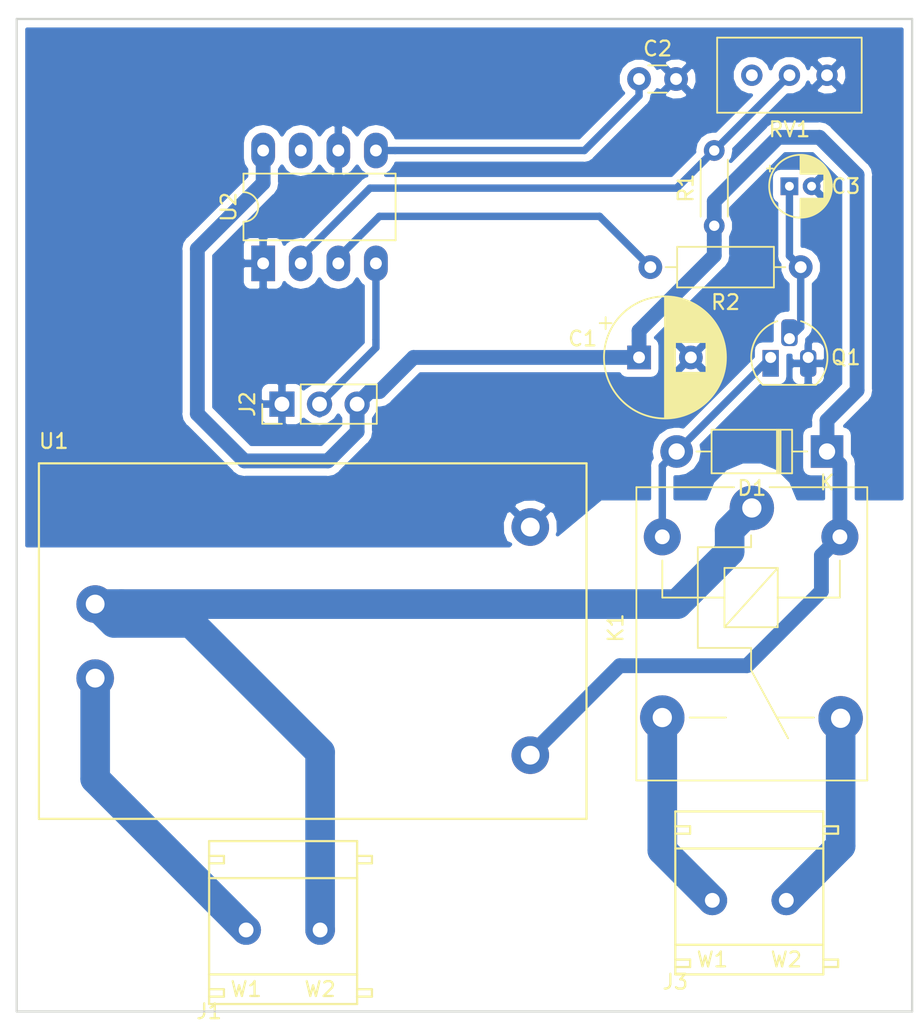
<source format=kicad_pcb>
(kicad_pcb (version 20171130) (host pcbnew 5.0.2-bee76a0~70~ubuntu18.04.1)

  (general
    (thickness 1.6)
    (drawings 4)
    (tracks 71)
    (zones 0)
    (modules 14)
    (nets 15)
  )

  (page A4)
  (layers
    (0 F.Cu signal)
    (31 B.Cu signal)
    (32 B.Adhes user)
    (33 F.Adhes user)
    (34 B.Paste user)
    (35 F.Paste user)
    (36 B.SilkS user)
    (37 F.SilkS user)
    (38 B.Mask user)
    (39 F.Mask user)
    (40 Dwgs.User user)
    (41 Cmts.User user)
    (42 Eco1.User user)
    (43 Eco2.User user)
    (44 Edge.Cuts user)
    (45 Margin user)
    (46 B.CrtYd user)
    (47 F.CrtYd user)
    (48 B.Fab user)
    (49 F.Fab user)
  )

  (setup
    (last_trace_width 0.5)
    (trace_clearance 0.5)
    (zone_clearance 0.5)
    (zone_45_only no)
    (trace_min 0.2)
    (segment_width 0.2)
    (edge_width 0.15)
    (via_size 0.8)
    (via_drill 0.4)
    (via_min_size 0.4)
    (via_min_drill 0.3)
    (uvia_size 0.3)
    (uvia_drill 0.1)
    (uvias_allowed no)
    (uvia_min_size 0.2)
    (uvia_min_drill 0.1)
    (pcb_text_width 0.3)
    (pcb_text_size 1.5 1.5)
    (mod_edge_width 0.15)
    (mod_text_size 1 1)
    (mod_text_width 0.15)
    (pad_size 1.524 1.524)
    (pad_drill 0.762)
    (pad_to_mask_clearance 0.051)
    (solder_mask_min_width 0.25)
    (aux_axis_origin 0 0)
    (visible_elements FFF9FF7F)
    (pcbplotparams
      (layerselection 0x010fc_ffffffff)
      (usegerberextensions false)
      (usegerberattributes false)
      (usegerberadvancedattributes false)
      (creategerberjobfile false)
      (excludeedgelayer true)
      (linewidth 0.100000)
      (plotframeref false)
      (viasonmask false)
      (mode 1)
      (useauxorigin false)
      (hpglpennumber 1)
      (hpglpenspeed 20)
      (hpglpendiameter 15.000000)
      (psnegative false)
      (psa4output false)
      (plotreference true)
      (plotvalue true)
      (plotinvisibletext false)
      (padsonsilk false)
      (subtractmaskfromsilk false)
      (outputformat 1)
      (mirror false)
      (drillshape 1)
      (scaleselection 1)
      (outputdirectory ""))
  )

  (net 0 "")
  (net 1 VCC)
  (net 2 GNDREF)
  (net 3 "Net-(C2-Pad1)")
  (net 4 "Net-(C3-Pad1)")
  (net 5 "Net-(D1-Pad2)")
  (net 6 "Net-(J1-Pad1)")
  (net 7 "Net-(J1-Pad2)")
  (net 8 "Net-(J2-Pad2)")
  (net 9 "Net-(J3-Pad2)")
  (net 10 "Net-(J3-Pad1)")
  (net 11 "Net-(R1-Pad2)")
  (net 12 "Net-(R2-Pad2)")
  (net 13 "Net-(RV1-Pad1)")
  (net 14 "Net-(U2-Pad7)")

  (net_class Default "This is the default net class."
    (clearance 0.5)
    (trace_width 0.5)
    (via_dia 0.8)
    (via_drill 0.4)
    (uvia_dia 0.3)
    (uvia_drill 0.1)
    (add_net GNDREF)
    (add_net "Net-(C2-Pad1)")
    (add_net "Net-(C3-Pad1)")
    (add_net "Net-(D1-Pad2)")
    (add_net "Net-(J2-Pad2)")
    (add_net "Net-(R1-Pad2)")
    (add_net "Net-(R2-Pad2)")
    (add_net "Net-(RV1-Pad1)")
    (add_net "Net-(U2-Pad7)")
  )

  (net_class AC ""
    (clearance 1.5)
    (trace_width 2)
    (via_dia 0.8)
    (via_drill 0.4)
    (uvia_dia 0.3)
    (uvia_drill 0.1)
    (add_net "Net-(J1-Pad1)")
    (add_net "Net-(J1-Pad2)")
    (add_net "Net-(J3-Pad1)")
    (add_net "Net-(J3-Pad2)")
  )

  (net_class VCC ""
    (clearance 0.5)
    (trace_width 1)
    (via_dia 0.8)
    (via_drill 0.4)
    (uvia_dia 0.3)
    (uvia_drill 0.1)
    (add_net VCC)
  )

  (module Capacitor_THT:CP_Radial_D8.0mm_P3.50mm (layer F.Cu) (tedit 5AE50EF0) (tstamp 5C5413C2)
    (at 146.05 69.85)
    (descr "CP, Radial series, Radial, pin pitch=3.50mm, , diameter=8mm, Electrolytic Capacitor")
    (tags "CP Radial series Radial pin pitch 3.50mm  diameter 8mm Electrolytic Capacitor")
    (path /5C4717AB)
    (fp_text reference C1 (at -3.81 -1.27) (layer F.SilkS)
      (effects (font (size 1 1) (thickness 0.15)))
    )
    (fp_text value 470uF (at -3.81 0 90) (layer F.Fab)
      (effects (font (size 1 1) (thickness 0.15)))
    )
    (fp_circle (center 1.75 0) (end 5.75 0) (layer F.Fab) (width 0.1))
    (fp_circle (center 1.75 0) (end 5.87 0) (layer F.SilkS) (width 0.12))
    (fp_circle (center 1.75 0) (end 6 0) (layer F.CrtYd) (width 0.05))
    (fp_line (start -1.676759 -1.7475) (end -0.876759 -1.7475) (layer F.Fab) (width 0.1))
    (fp_line (start -1.276759 -2.1475) (end -1.276759 -1.3475) (layer F.Fab) (width 0.1))
    (fp_line (start 1.75 -4.08) (end 1.75 4.08) (layer F.SilkS) (width 0.12))
    (fp_line (start 1.79 -4.08) (end 1.79 4.08) (layer F.SilkS) (width 0.12))
    (fp_line (start 1.83 -4.08) (end 1.83 4.08) (layer F.SilkS) (width 0.12))
    (fp_line (start 1.87 -4.079) (end 1.87 4.079) (layer F.SilkS) (width 0.12))
    (fp_line (start 1.91 -4.077) (end 1.91 4.077) (layer F.SilkS) (width 0.12))
    (fp_line (start 1.95 -4.076) (end 1.95 4.076) (layer F.SilkS) (width 0.12))
    (fp_line (start 1.99 -4.074) (end 1.99 4.074) (layer F.SilkS) (width 0.12))
    (fp_line (start 2.03 -4.071) (end 2.03 4.071) (layer F.SilkS) (width 0.12))
    (fp_line (start 2.07 -4.068) (end 2.07 4.068) (layer F.SilkS) (width 0.12))
    (fp_line (start 2.11 -4.065) (end 2.11 4.065) (layer F.SilkS) (width 0.12))
    (fp_line (start 2.15 -4.061) (end 2.15 4.061) (layer F.SilkS) (width 0.12))
    (fp_line (start 2.19 -4.057) (end 2.19 4.057) (layer F.SilkS) (width 0.12))
    (fp_line (start 2.23 -4.052) (end 2.23 4.052) (layer F.SilkS) (width 0.12))
    (fp_line (start 2.27 -4.048) (end 2.27 4.048) (layer F.SilkS) (width 0.12))
    (fp_line (start 2.31 -4.042) (end 2.31 4.042) (layer F.SilkS) (width 0.12))
    (fp_line (start 2.35 -4.037) (end 2.35 4.037) (layer F.SilkS) (width 0.12))
    (fp_line (start 2.39 -4.03) (end 2.39 4.03) (layer F.SilkS) (width 0.12))
    (fp_line (start 2.43 -4.024) (end 2.43 4.024) (layer F.SilkS) (width 0.12))
    (fp_line (start 2.471 -4.017) (end 2.471 -1.04) (layer F.SilkS) (width 0.12))
    (fp_line (start 2.471 1.04) (end 2.471 4.017) (layer F.SilkS) (width 0.12))
    (fp_line (start 2.511 -4.01) (end 2.511 -1.04) (layer F.SilkS) (width 0.12))
    (fp_line (start 2.511 1.04) (end 2.511 4.01) (layer F.SilkS) (width 0.12))
    (fp_line (start 2.551 -4.002) (end 2.551 -1.04) (layer F.SilkS) (width 0.12))
    (fp_line (start 2.551 1.04) (end 2.551 4.002) (layer F.SilkS) (width 0.12))
    (fp_line (start 2.591 -3.994) (end 2.591 -1.04) (layer F.SilkS) (width 0.12))
    (fp_line (start 2.591 1.04) (end 2.591 3.994) (layer F.SilkS) (width 0.12))
    (fp_line (start 2.631 -3.985) (end 2.631 -1.04) (layer F.SilkS) (width 0.12))
    (fp_line (start 2.631 1.04) (end 2.631 3.985) (layer F.SilkS) (width 0.12))
    (fp_line (start 2.671 -3.976) (end 2.671 -1.04) (layer F.SilkS) (width 0.12))
    (fp_line (start 2.671 1.04) (end 2.671 3.976) (layer F.SilkS) (width 0.12))
    (fp_line (start 2.711 -3.967) (end 2.711 -1.04) (layer F.SilkS) (width 0.12))
    (fp_line (start 2.711 1.04) (end 2.711 3.967) (layer F.SilkS) (width 0.12))
    (fp_line (start 2.751 -3.957) (end 2.751 -1.04) (layer F.SilkS) (width 0.12))
    (fp_line (start 2.751 1.04) (end 2.751 3.957) (layer F.SilkS) (width 0.12))
    (fp_line (start 2.791 -3.947) (end 2.791 -1.04) (layer F.SilkS) (width 0.12))
    (fp_line (start 2.791 1.04) (end 2.791 3.947) (layer F.SilkS) (width 0.12))
    (fp_line (start 2.831 -3.936) (end 2.831 -1.04) (layer F.SilkS) (width 0.12))
    (fp_line (start 2.831 1.04) (end 2.831 3.936) (layer F.SilkS) (width 0.12))
    (fp_line (start 2.871 -3.925) (end 2.871 -1.04) (layer F.SilkS) (width 0.12))
    (fp_line (start 2.871 1.04) (end 2.871 3.925) (layer F.SilkS) (width 0.12))
    (fp_line (start 2.911 -3.914) (end 2.911 -1.04) (layer F.SilkS) (width 0.12))
    (fp_line (start 2.911 1.04) (end 2.911 3.914) (layer F.SilkS) (width 0.12))
    (fp_line (start 2.951 -3.902) (end 2.951 -1.04) (layer F.SilkS) (width 0.12))
    (fp_line (start 2.951 1.04) (end 2.951 3.902) (layer F.SilkS) (width 0.12))
    (fp_line (start 2.991 -3.889) (end 2.991 -1.04) (layer F.SilkS) (width 0.12))
    (fp_line (start 2.991 1.04) (end 2.991 3.889) (layer F.SilkS) (width 0.12))
    (fp_line (start 3.031 -3.877) (end 3.031 -1.04) (layer F.SilkS) (width 0.12))
    (fp_line (start 3.031 1.04) (end 3.031 3.877) (layer F.SilkS) (width 0.12))
    (fp_line (start 3.071 -3.863) (end 3.071 -1.04) (layer F.SilkS) (width 0.12))
    (fp_line (start 3.071 1.04) (end 3.071 3.863) (layer F.SilkS) (width 0.12))
    (fp_line (start 3.111 -3.85) (end 3.111 -1.04) (layer F.SilkS) (width 0.12))
    (fp_line (start 3.111 1.04) (end 3.111 3.85) (layer F.SilkS) (width 0.12))
    (fp_line (start 3.151 -3.835) (end 3.151 -1.04) (layer F.SilkS) (width 0.12))
    (fp_line (start 3.151 1.04) (end 3.151 3.835) (layer F.SilkS) (width 0.12))
    (fp_line (start 3.191 -3.821) (end 3.191 -1.04) (layer F.SilkS) (width 0.12))
    (fp_line (start 3.191 1.04) (end 3.191 3.821) (layer F.SilkS) (width 0.12))
    (fp_line (start 3.231 -3.805) (end 3.231 -1.04) (layer F.SilkS) (width 0.12))
    (fp_line (start 3.231 1.04) (end 3.231 3.805) (layer F.SilkS) (width 0.12))
    (fp_line (start 3.271 -3.79) (end 3.271 -1.04) (layer F.SilkS) (width 0.12))
    (fp_line (start 3.271 1.04) (end 3.271 3.79) (layer F.SilkS) (width 0.12))
    (fp_line (start 3.311 -3.774) (end 3.311 -1.04) (layer F.SilkS) (width 0.12))
    (fp_line (start 3.311 1.04) (end 3.311 3.774) (layer F.SilkS) (width 0.12))
    (fp_line (start 3.351 -3.757) (end 3.351 -1.04) (layer F.SilkS) (width 0.12))
    (fp_line (start 3.351 1.04) (end 3.351 3.757) (layer F.SilkS) (width 0.12))
    (fp_line (start 3.391 -3.74) (end 3.391 -1.04) (layer F.SilkS) (width 0.12))
    (fp_line (start 3.391 1.04) (end 3.391 3.74) (layer F.SilkS) (width 0.12))
    (fp_line (start 3.431 -3.722) (end 3.431 -1.04) (layer F.SilkS) (width 0.12))
    (fp_line (start 3.431 1.04) (end 3.431 3.722) (layer F.SilkS) (width 0.12))
    (fp_line (start 3.471 -3.704) (end 3.471 -1.04) (layer F.SilkS) (width 0.12))
    (fp_line (start 3.471 1.04) (end 3.471 3.704) (layer F.SilkS) (width 0.12))
    (fp_line (start 3.511 -3.686) (end 3.511 -1.04) (layer F.SilkS) (width 0.12))
    (fp_line (start 3.511 1.04) (end 3.511 3.686) (layer F.SilkS) (width 0.12))
    (fp_line (start 3.551 -3.666) (end 3.551 -1.04) (layer F.SilkS) (width 0.12))
    (fp_line (start 3.551 1.04) (end 3.551 3.666) (layer F.SilkS) (width 0.12))
    (fp_line (start 3.591 -3.647) (end 3.591 -1.04) (layer F.SilkS) (width 0.12))
    (fp_line (start 3.591 1.04) (end 3.591 3.647) (layer F.SilkS) (width 0.12))
    (fp_line (start 3.631 -3.627) (end 3.631 -1.04) (layer F.SilkS) (width 0.12))
    (fp_line (start 3.631 1.04) (end 3.631 3.627) (layer F.SilkS) (width 0.12))
    (fp_line (start 3.671 -3.606) (end 3.671 -1.04) (layer F.SilkS) (width 0.12))
    (fp_line (start 3.671 1.04) (end 3.671 3.606) (layer F.SilkS) (width 0.12))
    (fp_line (start 3.711 -3.584) (end 3.711 -1.04) (layer F.SilkS) (width 0.12))
    (fp_line (start 3.711 1.04) (end 3.711 3.584) (layer F.SilkS) (width 0.12))
    (fp_line (start 3.751 -3.562) (end 3.751 -1.04) (layer F.SilkS) (width 0.12))
    (fp_line (start 3.751 1.04) (end 3.751 3.562) (layer F.SilkS) (width 0.12))
    (fp_line (start 3.791 -3.54) (end 3.791 -1.04) (layer F.SilkS) (width 0.12))
    (fp_line (start 3.791 1.04) (end 3.791 3.54) (layer F.SilkS) (width 0.12))
    (fp_line (start 3.831 -3.517) (end 3.831 -1.04) (layer F.SilkS) (width 0.12))
    (fp_line (start 3.831 1.04) (end 3.831 3.517) (layer F.SilkS) (width 0.12))
    (fp_line (start 3.871 -3.493) (end 3.871 -1.04) (layer F.SilkS) (width 0.12))
    (fp_line (start 3.871 1.04) (end 3.871 3.493) (layer F.SilkS) (width 0.12))
    (fp_line (start 3.911 -3.469) (end 3.911 -1.04) (layer F.SilkS) (width 0.12))
    (fp_line (start 3.911 1.04) (end 3.911 3.469) (layer F.SilkS) (width 0.12))
    (fp_line (start 3.951 -3.444) (end 3.951 -1.04) (layer F.SilkS) (width 0.12))
    (fp_line (start 3.951 1.04) (end 3.951 3.444) (layer F.SilkS) (width 0.12))
    (fp_line (start 3.991 -3.418) (end 3.991 -1.04) (layer F.SilkS) (width 0.12))
    (fp_line (start 3.991 1.04) (end 3.991 3.418) (layer F.SilkS) (width 0.12))
    (fp_line (start 4.031 -3.392) (end 4.031 -1.04) (layer F.SilkS) (width 0.12))
    (fp_line (start 4.031 1.04) (end 4.031 3.392) (layer F.SilkS) (width 0.12))
    (fp_line (start 4.071 -3.365) (end 4.071 -1.04) (layer F.SilkS) (width 0.12))
    (fp_line (start 4.071 1.04) (end 4.071 3.365) (layer F.SilkS) (width 0.12))
    (fp_line (start 4.111 -3.338) (end 4.111 -1.04) (layer F.SilkS) (width 0.12))
    (fp_line (start 4.111 1.04) (end 4.111 3.338) (layer F.SilkS) (width 0.12))
    (fp_line (start 4.151 -3.309) (end 4.151 -1.04) (layer F.SilkS) (width 0.12))
    (fp_line (start 4.151 1.04) (end 4.151 3.309) (layer F.SilkS) (width 0.12))
    (fp_line (start 4.191 -3.28) (end 4.191 -1.04) (layer F.SilkS) (width 0.12))
    (fp_line (start 4.191 1.04) (end 4.191 3.28) (layer F.SilkS) (width 0.12))
    (fp_line (start 4.231 -3.25) (end 4.231 -1.04) (layer F.SilkS) (width 0.12))
    (fp_line (start 4.231 1.04) (end 4.231 3.25) (layer F.SilkS) (width 0.12))
    (fp_line (start 4.271 -3.22) (end 4.271 -1.04) (layer F.SilkS) (width 0.12))
    (fp_line (start 4.271 1.04) (end 4.271 3.22) (layer F.SilkS) (width 0.12))
    (fp_line (start 4.311 -3.189) (end 4.311 -1.04) (layer F.SilkS) (width 0.12))
    (fp_line (start 4.311 1.04) (end 4.311 3.189) (layer F.SilkS) (width 0.12))
    (fp_line (start 4.351 -3.156) (end 4.351 -1.04) (layer F.SilkS) (width 0.12))
    (fp_line (start 4.351 1.04) (end 4.351 3.156) (layer F.SilkS) (width 0.12))
    (fp_line (start 4.391 -3.124) (end 4.391 -1.04) (layer F.SilkS) (width 0.12))
    (fp_line (start 4.391 1.04) (end 4.391 3.124) (layer F.SilkS) (width 0.12))
    (fp_line (start 4.431 -3.09) (end 4.431 -1.04) (layer F.SilkS) (width 0.12))
    (fp_line (start 4.431 1.04) (end 4.431 3.09) (layer F.SilkS) (width 0.12))
    (fp_line (start 4.471 -3.055) (end 4.471 -1.04) (layer F.SilkS) (width 0.12))
    (fp_line (start 4.471 1.04) (end 4.471 3.055) (layer F.SilkS) (width 0.12))
    (fp_line (start 4.511 -3.019) (end 4.511 -1.04) (layer F.SilkS) (width 0.12))
    (fp_line (start 4.511 1.04) (end 4.511 3.019) (layer F.SilkS) (width 0.12))
    (fp_line (start 4.551 -2.983) (end 4.551 2.983) (layer F.SilkS) (width 0.12))
    (fp_line (start 4.591 -2.945) (end 4.591 2.945) (layer F.SilkS) (width 0.12))
    (fp_line (start 4.631 -2.907) (end 4.631 2.907) (layer F.SilkS) (width 0.12))
    (fp_line (start 4.671 -2.867) (end 4.671 2.867) (layer F.SilkS) (width 0.12))
    (fp_line (start 4.711 -2.826) (end 4.711 2.826) (layer F.SilkS) (width 0.12))
    (fp_line (start 4.751 -2.784) (end 4.751 2.784) (layer F.SilkS) (width 0.12))
    (fp_line (start 4.791 -2.741) (end 4.791 2.741) (layer F.SilkS) (width 0.12))
    (fp_line (start 4.831 -2.697) (end 4.831 2.697) (layer F.SilkS) (width 0.12))
    (fp_line (start 4.871 -2.651) (end 4.871 2.651) (layer F.SilkS) (width 0.12))
    (fp_line (start 4.911 -2.604) (end 4.911 2.604) (layer F.SilkS) (width 0.12))
    (fp_line (start 4.951 -2.556) (end 4.951 2.556) (layer F.SilkS) (width 0.12))
    (fp_line (start 4.991 -2.505) (end 4.991 2.505) (layer F.SilkS) (width 0.12))
    (fp_line (start 5.031 -2.454) (end 5.031 2.454) (layer F.SilkS) (width 0.12))
    (fp_line (start 5.071 -2.4) (end 5.071 2.4) (layer F.SilkS) (width 0.12))
    (fp_line (start 5.111 -2.345) (end 5.111 2.345) (layer F.SilkS) (width 0.12))
    (fp_line (start 5.151 -2.287) (end 5.151 2.287) (layer F.SilkS) (width 0.12))
    (fp_line (start 5.191 -2.228) (end 5.191 2.228) (layer F.SilkS) (width 0.12))
    (fp_line (start 5.231 -2.166) (end 5.231 2.166) (layer F.SilkS) (width 0.12))
    (fp_line (start 5.271 -2.102) (end 5.271 2.102) (layer F.SilkS) (width 0.12))
    (fp_line (start 5.311 -2.034) (end 5.311 2.034) (layer F.SilkS) (width 0.12))
    (fp_line (start 5.351 -1.964) (end 5.351 1.964) (layer F.SilkS) (width 0.12))
    (fp_line (start 5.391 -1.89) (end 5.391 1.89) (layer F.SilkS) (width 0.12))
    (fp_line (start 5.431 -1.813) (end 5.431 1.813) (layer F.SilkS) (width 0.12))
    (fp_line (start 5.471 -1.731) (end 5.471 1.731) (layer F.SilkS) (width 0.12))
    (fp_line (start 5.511 -1.645) (end 5.511 1.645) (layer F.SilkS) (width 0.12))
    (fp_line (start 5.551 -1.552) (end 5.551 1.552) (layer F.SilkS) (width 0.12))
    (fp_line (start 5.591 -1.453) (end 5.591 1.453) (layer F.SilkS) (width 0.12))
    (fp_line (start 5.631 -1.346) (end 5.631 1.346) (layer F.SilkS) (width 0.12))
    (fp_line (start 5.671 -1.229) (end 5.671 1.229) (layer F.SilkS) (width 0.12))
    (fp_line (start 5.711 -1.098) (end 5.711 1.098) (layer F.SilkS) (width 0.12))
    (fp_line (start 5.751 -0.948) (end 5.751 0.948) (layer F.SilkS) (width 0.12))
    (fp_line (start 5.791 -0.768) (end 5.791 0.768) (layer F.SilkS) (width 0.12))
    (fp_line (start 5.831 -0.533) (end 5.831 0.533) (layer F.SilkS) (width 0.12))
    (fp_line (start -2.659698 -2.315) (end -1.859698 -2.315) (layer F.SilkS) (width 0.12))
    (fp_line (start -2.259698 -2.715) (end -2.259698 -1.915) (layer F.SilkS) (width 0.12))
    (fp_text user %R (at 1.75 0) (layer F.Fab)
      (effects (font (size 1 1) (thickness 0.15)))
    )
    (pad 1 thru_hole rect (at 0 0) (size 1.6 1.6) (drill 0.8) (layers *.Cu *.Mask)
      (net 1 VCC))
    (pad 2 thru_hole circle (at 3.5 0) (size 1.6 1.6) (drill 0.8) (layers *.Cu *.Mask)
      (net 2 GNDREF))
    (model ${KISYS3DMOD}/Capacitor_THT.3dshapes/CP_Radial_D8.0mm_P3.50mm.wrl
      (at (xyz 0 0 0))
      (scale (xyz 1 1 1))
      (rotate (xyz 0 0 0))
    )
  )

  (module Capacitor_THT:C_Disc_D3.0mm_W1.6mm_P2.50mm (layer F.Cu) (tedit 5AE50EF0) (tstamp 5C541BE8)
    (at 146.05 51.054)
    (descr "C, Disc series, Radial, pin pitch=2.50mm, , diameter*width=3.0*1.6mm^2, Capacitor, http://www.vishay.com/docs/45233/krseries.pdf")
    (tags "C Disc series Radial pin pitch 2.50mm  diameter 3.0mm width 1.6mm Capacitor")
    (path /5C471848)
    (fp_text reference C2 (at 1.25 -2.05) (layer F.SilkS)
      (effects (font (size 1 1) (thickness 0.15)))
    )
    (fp_text value 0.01uF (at 1.25 2.05) (layer F.Fab)
      (effects (font (size 1 1) (thickness 0.15)))
    )
    (fp_line (start -0.25 -0.8) (end -0.25 0.8) (layer F.Fab) (width 0.1))
    (fp_line (start -0.25 0.8) (end 2.75 0.8) (layer F.Fab) (width 0.1))
    (fp_line (start 2.75 0.8) (end 2.75 -0.8) (layer F.Fab) (width 0.1))
    (fp_line (start 2.75 -0.8) (end -0.25 -0.8) (layer F.Fab) (width 0.1))
    (fp_line (start 0.621 -0.92) (end 1.879 -0.92) (layer F.SilkS) (width 0.12))
    (fp_line (start 0.621 0.92) (end 1.879 0.92) (layer F.SilkS) (width 0.12))
    (fp_line (start -1.05 -1.05) (end -1.05 1.05) (layer F.CrtYd) (width 0.05))
    (fp_line (start -1.05 1.05) (end 3.55 1.05) (layer F.CrtYd) (width 0.05))
    (fp_line (start 3.55 1.05) (end 3.55 -1.05) (layer F.CrtYd) (width 0.05))
    (fp_line (start 3.55 -1.05) (end -1.05 -1.05) (layer F.CrtYd) (width 0.05))
    (fp_text user %R (at 1.25 0) (layer F.Fab)
      (effects (font (size 0.6 0.6) (thickness 0.09)))
    )
    (pad 1 thru_hole circle (at 0 0) (size 1.6 1.6) (drill 0.8) (layers *.Cu *.Mask)
      (net 3 "Net-(C2-Pad1)"))
    (pad 2 thru_hole circle (at 2.5 0) (size 1.6 1.6) (drill 0.8) (layers *.Cu *.Mask)
      (net 2 GNDREF))
    (model ${KISYS3DMOD}/Capacitor_THT.3dshapes/C_Disc_D3.0mm_W1.6mm_P2.50mm.wrl
      (at (xyz 0 0 0))
      (scale (xyz 1 1 1))
      (rotate (xyz 0 0 0))
    )
  )

  (module Capacitor_THT:CP_Radial_D4.0mm_P1.50mm (layer F.Cu) (tedit 5AE50EF0) (tstamp 5C54168A)
    (at 156.21 58.293)
    (descr "CP, Radial series, Radial, pin pitch=1.50mm, , diameter=4mm, Electrolytic Capacitor")
    (tags "CP Radial series Radial pin pitch 1.50mm  diameter 4mm Electrolytic Capacitor")
    (path /5C4714D1)
    (fp_text reference C3 (at 3.81 0) (layer F.SilkS)
      (effects (font (size 1 1) (thickness 0.15)))
    )
    (fp_text value 10uF (at 5.08 1.27) (layer F.Fab)
      (effects (font (size 1 1) (thickness 0.15)))
    )
    (fp_circle (center 0.75 0) (end 2.75 0) (layer F.Fab) (width 0.1))
    (fp_circle (center 0.75 0) (end 2.87 0) (layer F.SilkS) (width 0.12))
    (fp_circle (center 0.75 0) (end 3 0) (layer F.CrtYd) (width 0.05))
    (fp_line (start -0.952554 -0.8675) (end -0.552554 -0.8675) (layer F.Fab) (width 0.1))
    (fp_line (start -0.752554 -1.0675) (end -0.752554 -0.6675) (layer F.Fab) (width 0.1))
    (fp_line (start 0.75 0.84) (end 0.75 2.08) (layer F.SilkS) (width 0.12))
    (fp_line (start 0.75 -2.08) (end 0.75 -0.84) (layer F.SilkS) (width 0.12))
    (fp_line (start 0.79 0.84) (end 0.79 2.08) (layer F.SilkS) (width 0.12))
    (fp_line (start 0.79 -2.08) (end 0.79 -0.84) (layer F.SilkS) (width 0.12))
    (fp_line (start 0.83 0.84) (end 0.83 2.079) (layer F.SilkS) (width 0.12))
    (fp_line (start 0.83 -2.079) (end 0.83 -0.84) (layer F.SilkS) (width 0.12))
    (fp_line (start 0.87 -2.077) (end 0.87 -0.84) (layer F.SilkS) (width 0.12))
    (fp_line (start 0.87 0.84) (end 0.87 2.077) (layer F.SilkS) (width 0.12))
    (fp_line (start 0.91 -2.074) (end 0.91 -0.84) (layer F.SilkS) (width 0.12))
    (fp_line (start 0.91 0.84) (end 0.91 2.074) (layer F.SilkS) (width 0.12))
    (fp_line (start 0.95 -2.071) (end 0.95 -0.84) (layer F.SilkS) (width 0.12))
    (fp_line (start 0.95 0.84) (end 0.95 2.071) (layer F.SilkS) (width 0.12))
    (fp_line (start 0.99 -2.067) (end 0.99 -0.84) (layer F.SilkS) (width 0.12))
    (fp_line (start 0.99 0.84) (end 0.99 2.067) (layer F.SilkS) (width 0.12))
    (fp_line (start 1.03 -2.062) (end 1.03 -0.84) (layer F.SilkS) (width 0.12))
    (fp_line (start 1.03 0.84) (end 1.03 2.062) (layer F.SilkS) (width 0.12))
    (fp_line (start 1.07 -2.056) (end 1.07 -0.84) (layer F.SilkS) (width 0.12))
    (fp_line (start 1.07 0.84) (end 1.07 2.056) (layer F.SilkS) (width 0.12))
    (fp_line (start 1.11 -2.05) (end 1.11 -0.84) (layer F.SilkS) (width 0.12))
    (fp_line (start 1.11 0.84) (end 1.11 2.05) (layer F.SilkS) (width 0.12))
    (fp_line (start 1.15 -2.042) (end 1.15 -0.84) (layer F.SilkS) (width 0.12))
    (fp_line (start 1.15 0.84) (end 1.15 2.042) (layer F.SilkS) (width 0.12))
    (fp_line (start 1.19 -2.034) (end 1.19 -0.84) (layer F.SilkS) (width 0.12))
    (fp_line (start 1.19 0.84) (end 1.19 2.034) (layer F.SilkS) (width 0.12))
    (fp_line (start 1.23 -2.025) (end 1.23 -0.84) (layer F.SilkS) (width 0.12))
    (fp_line (start 1.23 0.84) (end 1.23 2.025) (layer F.SilkS) (width 0.12))
    (fp_line (start 1.27 -2.016) (end 1.27 -0.84) (layer F.SilkS) (width 0.12))
    (fp_line (start 1.27 0.84) (end 1.27 2.016) (layer F.SilkS) (width 0.12))
    (fp_line (start 1.31 -2.005) (end 1.31 -0.84) (layer F.SilkS) (width 0.12))
    (fp_line (start 1.31 0.84) (end 1.31 2.005) (layer F.SilkS) (width 0.12))
    (fp_line (start 1.35 -1.994) (end 1.35 -0.84) (layer F.SilkS) (width 0.12))
    (fp_line (start 1.35 0.84) (end 1.35 1.994) (layer F.SilkS) (width 0.12))
    (fp_line (start 1.39 -1.982) (end 1.39 -0.84) (layer F.SilkS) (width 0.12))
    (fp_line (start 1.39 0.84) (end 1.39 1.982) (layer F.SilkS) (width 0.12))
    (fp_line (start 1.43 -1.968) (end 1.43 -0.84) (layer F.SilkS) (width 0.12))
    (fp_line (start 1.43 0.84) (end 1.43 1.968) (layer F.SilkS) (width 0.12))
    (fp_line (start 1.471 -1.954) (end 1.471 -0.84) (layer F.SilkS) (width 0.12))
    (fp_line (start 1.471 0.84) (end 1.471 1.954) (layer F.SilkS) (width 0.12))
    (fp_line (start 1.511 -1.94) (end 1.511 -0.84) (layer F.SilkS) (width 0.12))
    (fp_line (start 1.511 0.84) (end 1.511 1.94) (layer F.SilkS) (width 0.12))
    (fp_line (start 1.551 -1.924) (end 1.551 -0.84) (layer F.SilkS) (width 0.12))
    (fp_line (start 1.551 0.84) (end 1.551 1.924) (layer F.SilkS) (width 0.12))
    (fp_line (start 1.591 -1.907) (end 1.591 -0.84) (layer F.SilkS) (width 0.12))
    (fp_line (start 1.591 0.84) (end 1.591 1.907) (layer F.SilkS) (width 0.12))
    (fp_line (start 1.631 -1.889) (end 1.631 -0.84) (layer F.SilkS) (width 0.12))
    (fp_line (start 1.631 0.84) (end 1.631 1.889) (layer F.SilkS) (width 0.12))
    (fp_line (start 1.671 -1.87) (end 1.671 -0.84) (layer F.SilkS) (width 0.12))
    (fp_line (start 1.671 0.84) (end 1.671 1.87) (layer F.SilkS) (width 0.12))
    (fp_line (start 1.711 -1.851) (end 1.711 -0.84) (layer F.SilkS) (width 0.12))
    (fp_line (start 1.711 0.84) (end 1.711 1.851) (layer F.SilkS) (width 0.12))
    (fp_line (start 1.751 -1.83) (end 1.751 -0.84) (layer F.SilkS) (width 0.12))
    (fp_line (start 1.751 0.84) (end 1.751 1.83) (layer F.SilkS) (width 0.12))
    (fp_line (start 1.791 -1.808) (end 1.791 -0.84) (layer F.SilkS) (width 0.12))
    (fp_line (start 1.791 0.84) (end 1.791 1.808) (layer F.SilkS) (width 0.12))
    (fp_line (start 1.831 -1.785) (end 1.831 -0.84) (layer F.SilkS) (width 0.12))
    (fp_line (start 1.831 0.84) (end 1.831 1.785) (layer F.SilkS) (width 0.12))
    (fp_line (start 1.871 -1.76) (end 1.871 -0.84) (layer F.SilkS) (width 0.12))
    (fp_line (start 1.871 0.84) (end 1.871 1.76) (layer F.SilkS) (width 0.12))
    (fp_line (start 1.911 -1.735) (end 1.911 -0.84) (layer F.SilkS) (width 0.12))
    (fp_line (start 1.911 0.84) (end 1.911 1.735) (layer F.SilkS) (width 0.12))
    (fp_line (start 1.951 -1.708) (end 1.951 -0.84) (layer F.SilkS) (width 0.12))
    (fp_line (start 1.951 0.84) (end 1.951 1.708) (layer F.SilkS) (width 0.12))
    (fp_line (start 1.991 -1.68) (end 1.991 -0.84) (layer F.SilkS) (width 0.12))
    (fp_line (start 1.991 0.84) (end 1.991 1.68) (layer F.SilkS) (width 0.12))
    (fp_line (start 2.031 -1.65) (end 2.031 -0.84) (layer F.SilkS) (width 0.12))
    (fp_line (start 2.031 0.84) (end 2.031 1.65) (layer F.SilkS) (width 0.12))
    (fp_line (start 2.071 -1.619) (end 2.071 -0.84) (layer F.SilkS) (width 0.12))
    (fp_line (start 2.071 0.84) (end 2.071 1.619) (layer F.SilkS) (width 0.12))
    (fp_line (start 2.111 -1.587) (end 2.111 -0.84) (layer F.SilkS) (width 0.12))
    (fp_line (start 2.111 0.84) (end 2.111 1.587) (layer F.SilkS) (width 0.12))
    (fp_line (start 2.151 -1.552) (end 2.151 -0.84) (layer F.SilkS) (width 0.12))
    (fp_line (start 2.151 0.84) (end 2.151 1.552) (layer F.SilkS) (width 0.12))
    (fp_line (start 2.191 -1.516) (end 2.191 -0.84) (layer F.SilkS) (width 0.12))
    (fp_line (start 2.191 0.84) (end 2.191 1.516) (layer F.SilkS) (width 0.12))
    (fp_line (start 2.231 -1.478) (end 2.231 -0.84) (layer F.SilkS) (width 0.12))
    (fp_line (start 2.231 0.84) (end 2.231 1.478) (layer F.SilkS) (width 0.12))
    (fp_line (start 2.271 -1.438) (end 2.271 -0.84) (layer F.SilkS) (width 0.12))
    (fp_line (start 2.271 0.84) (end 2.271 1.438) (layer F.SilkS) (width 0.12))
    (fp_line (start 2.311 -1.396) (end 2.311 -0.84) (layer F.SilkS) (width 0.12))
    (fp_line (start 2.311 0.84) (end 2.311 1.396) (layer F.SilkS) (width 0.12))
    (fp_line (start 2.351 -1.351) (end 2.351 1.351) (layer F.SilkS) (width 0.12))
    (fp_line (start 2.391 -1.304) (end 2.391 1.304) (layer F.SilkS) (width 0.12))
    (fp_line (start 2.431 -1.254) (end 2.431 1.254) (layer F.SilkS) (width 0.12))
    (fp_line (start 2.471 -1.2) (end 2.471 1.2) (layer F.SilkS) (width 0.12))
    (fp_line (start 2.511 -1.142) (end 2.511 1.142) (layer F.SilkS) (width 0.12))
    (fp_line (start 2.551 -1.08) (end 2.551 1.08) (layer F.SilkS) (width 0.12))
    (fp_line (start 2.591 -1.013) (end 2.591 1.013) (layer F.SilkS) (width 0.12))
    (fp_line (start 2.631 -0.94) (end 2.631 0.94) (layer F.SilkS) (width 0.12))
    (fp_line (start 2.671 -0.859) (end 2.671 0.859) (layer F.SilkS) (width 0.12))
    (fp_line (start 2.711 -0.768) (end 2.711 0.768) (layer F.SilkS) (width 0.12))
    (fp_line (start 2.751 -0.664) (end 2.751 0.664) (layer F.SilkS) (width 0.12))
    (fp_line (start 2.791 -0.537) (end 2.791 0.537) (layer F.SilkS) (width 0.12))
    (fp_line (start 2.831 -0.37) (end 2.831 0.37) (layer F.SilkS) (width 0.12))
    (fp_line (start -1.519801 -1.195) (end -1.119801 -1.195) (layer F.SilkS) (width 0.12))
    (fp_line (start -1.319801 -1.395) (end -1.319801 -0.995) (layer F.SilkS) (width 0.12))
    (fp_text user %R (at 0.75 0) (layer F.Fab)
      (effects (font (size 0.8 0.8) (thickness 0.12)))
    )
    (pad 1 thru_hole rect (at 0 0) (size 1.2 1.2) (drill 0.6) (layers *.Cu *.Mask)
      (net 4 "Net-(C3-Pad1)"))
    (pad 2 thru_hole circle (at 1.5 0) (size 1.2 1.2) (drill 0.6) (layers *.Cu *.Mask)
      (net 2 GNDREF))
    (model ${KISYS3DMOD}/Capacitor_THT.3dshapes/CP_Radial_D4.0mm_P1.50mm.wrl
      (at (xyz 0 0 0))
      (scale (xyz 1 1 1))
      (rotate (xyz 0 0 0))
    )
  )

  (module Diode_THT:D_DO-41_SOD81_P10.16mm_Horizontal (layer F.Cu) (tedit 5AE50CD5) (tstamp 5C53F2B1)
    (at 158.75 76.2 180)
    (descr "Diode, DO-41_SOD81 series, Axial, Horizontal, pin pitch=10.16mm, , length*diameter=5.2*2.7mm^2, , http://www.diodes.com/_files/packages/DO-41%20(Plastic).pdf")
    (tags "Diode DO-41_SOD81 series Axial Horizontal pin pitch 10.16mm  length 5.2mm diameter 2.7mm")
    (path /5C470ECF)
    (fp_text reference D1 (at 5.08 -2.47 180) (layer F.SilkS)
      (effects (font (size 1 1) (thickness 0.15)))
    )
    (fp_text value 1N4001 (at 5.08 2.47 180) (layer F.Fab)
      (effects (font (size 1 1) (thickness 0.15)))
    )
    (fp_line (start 2.48 -1.35) (end 2.48 1.35) (layer F.Fab) (width 0.1))
    (fp_line (start 2.48 1.35) (end 7.68 1.35) (layer F.Fab) (width 0.1))
    (fp_line (start 7.68 1.35) (end 7.68 -1.35) (layer F.Fab) (width 0.1))
    (fp_line (start 7.68 -1.35) (end 2.48 -1.35) (layer F.Fab) (width 0.1))
    (fp_line (start 0 0) (end 2.48 0) (layer F.Fab) (width 0.1))
    (fp_line (start 10.16 0) (end 7.68 0) (layer F.Fab) (width 0.1))
    (fp_line (start 3.26 -1.35) (end 3.26 1.35) (layer F.Fab) (width 0.1))
    (fp_line (start 3.36 -1.35) (end 3.36 1.35) (layer F.Fab) (width 0.1))
    (fp_line (start 3.16 -1.35) (end 3.16 1.35) (layer F.Fab) (width 0.1))
    (fp_line (start 2.36 -1.47) (end 2.36 1.47) (layer F.SilkS) (width 0.12))
    (fp_line (start 2.36 1.47) (end 7.8 1.47) (layer F.SilkS) (width 0.12))
    (fp_line (start 7.8 1.47) (end 7.8 -1.47) (layer F.SilkS) (width 0.12))
    (fp_line (start 7.8 -1.47) (end 2.36 -1.47) (layer F.SilkS) (width 0.12))
    (fp_line (start 1.34 0) (end 2.36 0) (layer F.SilkS) (width 0.12))
    (fp_line (start 8.82 0) (end 7.8 0) (layer F.SilkS) (width 0.12))
    (fp_line (start 3.26 -1.47) (end 3.26 1.47) (layer F.SilkS) (width 0.12))
    (fp_line (start 3.38 -1.47) (end 3.38 1.47) (layer F.SilkS) (width 0.12))
    (fp_line (start 3.14 -1.47) (end 3.14 1.47) (layer F.SilkS) (width 0.12))
    (fp_line (start -1.35 -1.6) (end -1.35 1.6) (layer F.CrtYd) (width 0.05))
    (fp_line (start -1.35 1.6) (end 11.51 1.6) (layer F.CrtYd) (width 0.05))
    (fp_line (start 11.51 1.6) (end 11.51 -1.6) (layer F.CrtYd) (width 0.05))
    (fp_line (start 11.51 -1.6) (end -1.35 -1.6) (layer F.CrtYd) (width 0.05))
    (fp_text user %R (at 5.47 0 180) (layer F.Fab)
      (effects (font (size 1 1) (thickness 0.15)))
    )
    (fp_text user K (at 0 -2.1 180) (layer F.Fab)
      (effects (font (size 1 1) (thickness 0.15)))
    )
    (fp_text user K (at 0 -2.1 180) (layer F.SilkS)
      (effects (font (size 1 1) (thickness 0.15)))
    )
    (pad 1 thru_hole rect (at 0 0 180) (size 2.2 2.2) (drill 1.1) (layers *.Cu *.Mask)
      (net 1 VCC))
    (pad 2 thru_hole oval (at 10.16 0 180) (size 2.2 2.2) (drill 1.1) (layers *.Cu *.Mask)
      (net 5 "Net-(D1-Pad2)"))
    (model ${KISYS3DMOD}/Diode_THT.3dshapes/D_DO-41_SOD81_P10.16mm_Horizontal.wrl
      (at (xyz 0 0 0))
      (scale (xyz 1 1 1))
      (rotate (xyz 0 0 0))
    )
  )

  (module Connector_PinHeader_2.54mm:PinHeader_1x03_P2.54mm_Vertical (layer F.Cu) (tedit 59FED5CC) (tstamp 5C53FA55)
    (at 121.92 73 90)
    (descr "Through hole straight pin header, 1x03, 2.54mm pitch, single row")
    (tags "Through hole pin header THT 1x03 2.54mm single row")
    (path /5C473F9C)
    (fp_text reference J2 (at 0 -2.33 90) (layer F.SilkS)
      (effects (font (size 1 1) (thickness 0.15)))
    )
    (fp_text value Conn_01x03_Female (at 0 7.41 90) (layer F.Fab)
      (effects (font (size 1 1) (thickness 0.15)))
    )
    (fp_line (start -0.635 -1.27) (end 1.27 -1.27) (layer F.Fab) (width 0.1))
    (fp_line (start 1.27 -1.27) (end 1.27 6.35) (layer F.Fab) (width 0.1))
    (fp_line (start 1.27 6.35) (end -1.27 6.35) (layer F.Fab) (width 0.1))
    (fp_line (start -1.27 6.35) (end -1.27 -0.635) (layer F.Fab) (width 0.1))
    (fp_line (start -1.27 -0.635) (end -0.635 -1.27) (layer F.Fab) (width 0.1))
    (fp_line (start -1.33 6.41) (end 1.33 6.41) (layer F.SilkS) (width 0.12))
    (fp_line (start -1.33 1.27) (end -1.33 6.41) (layer F.SilkS) (width 0.12))
    (fp_line (start 1.33 1.27) (end 1.33 6.41) (layer F.SilkS) (width 0.12))
    (fp_line (start -1.33 1.27) (end 1.33 1.27) (layer F.SilkS) (width 0.12))
    (fp_line (start -1.33 0) (end -1.33 -1.33) (layer F.SilkS) (width 0.12))
    (fp_line (start -1.33 -1.33) (end 0 -1.33) (layer F.SilkS) (width 0.12))
    (fp_line (start -1.8 -1.8) (end -1.8 6.85) (layer F.CrtYd) (width 0.05))
    (fp_line (start -1.8 6.85) (end 1.8 6.85) (layer F.CrtYd) (width 0.05))
    (fp_line (start 1.8 6.85) (end 1.8 -1.8) (layer F.CrtYd) (width 0.05))
    (fp_line (start 1.8 -1.8) (end -1.8 -1.8) (layer F.CrtYd) (width 0.05))
    (fp_text user %R (at 0 2.54 180) (layer F.Fab)
      (effects (font (size 1 1) (thickness 0.15)))
    )
    (pad 1 thru_hole rect (at 0 0 90) (size 1.7 1.7) (drill 1) (layers *.Cu *.Mask)
      (net 2 GNDREF))
    (pad 2 thru_hole oval (at 0 2.54 90) (size 1.7 1.7) (drill 1) (layers *.Cu *.Mask)
      (net 8 "Net-(J2-Pad2)"))
    (pad 3 thru_hole oval (at 0 5.08 90) (size 1.7 1.7) (drill 1) (layers *.Cu *.Mask)
      (net 1 VCC))
    (model ${KISYS3DMOD}/Connector_PinHeader_2.54mm.3dshapes/PinHeader_1x03_P2.54mm_Vertical.wrl
      (at (xyz 0 0 0))
      (scale (xyz 1 1 1))
      (rotate (xyz 0 0 0))
    )
  )

  (module Relay_THT:Relay_SPDT_SANYOU_SRD_Series_Form_C (layer F.Cu) (tedit 58FA3148) (tstamp 5C53F819)
    (at 153.67 80.01 270)
    (descr "relay Sanyou SRD series Form C http://www.sanyourelay.ca/public/products/pdf/SRD.pdf")
    (tags "relay Sanyu SRD form C")
    (path /5C47358F)
    (fp_text reference K1 (at 8.1 9.2 270) (layer F.SilkS)
      (effects (font (size 1 1) (thickness 0.15)))
    )
    (fp_text value JQC-3F-1C-DC5V (at 8 -9.6 270) (layer F.Fab)
      (effects (font (size 1 1) (thickness 0.15)))
    )
    (fp_line (start -1.4 1.2) (end -1.4 7.8) (layer F.SilkS) (width 0.12))
    (fp_line (start -1.4 -7.8) (end -1.4 -1.2) (layer F.SilkS) (width 0.12))
    (fp_line (start -1.4 -7.8) (end 18.4 -7.8) (layer F.SilkS) (width 0.12))
    (fp_line (start 18.4 -7.8) (end 18.4 7.8) (layer F.SilkS) (width 0.12))
    (fp_line (start 18.4 7.8) (end -1.4 7.8) (layer F.SilkS) (width 0.12))
    (fp_text user 1 (at 0 -2.3 270) (layer F.Fab)
      (effects (font (size 1 1) (thickness 0.15)))
    )
    (fp_line (start -1.3 -7.7) (end 18.3 -7.7) (layer F.Fab) (width 0.12))
    (fp_line (start 18.3 -7.7) (end 18.3 7.7) (layer F.Fab) (width 0.12))
    (fp_line (start 18.3 7.7) (end -1.3 7.7) (layer F.Fab) (width 0.12))
    (fp_line (start -1.3 7.7) (end -1.3 -7.7) (layer F.Fab) (width 0.12))
    (fp_text user %R (at 7.1 0.025 270) (layer F.Fab)
      (effects (font (size 1 1) (thickness 0.15)))
    )
    (fp_line (start 18.55 -7.95) (end -1.55 -7.95) (layer F.CrtYd) (width 0.05))
    (fp_line (start -1.55 7.95) (end -1.55 -7.95) (layer F.CrtYd) (width 0.05))
    (fp_line (start 18.55 -7.95) (end 18.55 7.95) (layer F.CrtYd) (width 0.05))
    (fp_line (start -1.55 7.95) (end 18.55 7.95) (layer F.CrtYd) (width 0.05))
    (fp_line (start 14.15 4.2) (end 14.15 1.75) (layer F.SilkS) (width 0.12))
    (fp_line (start 14.15 -4.2) (end 14.15 -1.7) (layer F.SilkS) (width 0.12))
    (fp_line (start 3.55 6.05) (end 6.05 6.05) (layer F.SilkS) (width 0.12))
    (fp_line (start 2.65 0.05) (end 1.85 0.05) (layer F.SilkS) (width 0.12))
    (fp_line (start 6.05 -5.95) (end 3.55 -5.95) (layer F.SilkS) (width 0.12))
    (fp_line (start 9.45 0.05) (end 10.95 0.05) (layer F.SilkS) (width 0.12))
    (fp_line (start 10.95 0.05) (end 15.55 -2.45) (layer F.SilkS) (width 0.12))
    (fp_line (start 9.45 3.65) (end 2.65 3.65) (layer F.SilkS) (width 0.12))
    (fp_line (start 9.45 0.05) (end 9.45 3.65) (layer F.SilkS) (width 0.12))
    (fp_line (start 2.65 0.05) (end 2.65 3.65) (layer F.SilkS) (width 0.12))
    (fp_line (start 6.05 -5.95) (end 6.05 -1.75) (layer F.SilkS) (width 0.12))
    (fp_line (start 6.05 1.85) (end 6.05 6.05) (layer F.SilkS) (width 0.12))
    (fp_line (start 8.05 1.85) (end 4.05 -1.75) (layer F.SilkS) (width 0.12))
    (fp_line (start 4.05 1.85) (end 4.05 -1.75) (layer F.SilkS) (width 0.12))
    (fp_line (start 4.05 -1.75) (end 8.05 -1.75) (layer F.SilkS) (width 0.12))
    (fp_line (start 8.05 -1.75) (end 8.05 1.85) (layer F.SilkS) (width 0.12))
    (fp_line (start 8.05 1.85) (end 4.05 1.85) (layer F.SilkS) (width 0.12))
    (pad 2 thru_hole circle (at 1.95 6.05) (size 2.5 2.5) (drill 1) (layers *.Cu *.Mask)
      (net 5 "Net-(D1-Pad2)"))
    (pad 3 thru_hole circle (at 14.15 6.05) (size 3 3) (drill 1.3) (layers *.Cu *.Mask)
      (net 10 "Net-(J3-Pad1)"))
    (pad 4 thru_hole circle (at 14.2 -6) (size 3 3) (drill 1.3) (layers *.Cu *.Mask)
      (net 9 "Net-(J3-Pad2)"))
    (pad 5 thru_hole circle (at 1.95 -5.95) (size 2.5 2.5) (drill 1) (layers *.Cu *.Mask)
      (net 1 VCC))
    (pad 1 thru_hole circle (at 0 0) (size 3 3) (drill 1.3) (layers *.Cu *.Mask)
      (net 7 "Net-(J1-Pad2)"))
    (model ${KISYS3DMOD}/Relay_THT.3dshapes/Relay_SPDT_SANYOU_SRD_Series_Form_C.wrl
      (at (xyz 0 0 0))
      (scale (xyz 1 1 1))
      (rotate (xyz 0 0 0))
    )
  )

  (module Package_TO_SOT_THT:TO-92_HandSolder (layer F.Cu) (tedit 5A282C46) (tstamp 5C6011A1)
    (at 154.94 69.85)
    (descr "TO-92 leads molded, narrow, drill 0.75mm, handsoldering variant with enlarged pads (see NXP sot054_po.pdf)")
    (tags "to-92 sc-43 sc-43a sot54 PA33 transistor")
    (path /5C470FE9)
    (fp_text reference Q1 (at 5.08 0) (layer F.SilkS)
      (effects (font (size 1 1) (thickness 0.15)))
    )
    (fp_text value BC547 (at 1.27 2.79) (layer F.Fab)
      (effects (font (size 1 1) (thickness 0.15)))
    )
    (fp_text user %R (at 1.27 0) (layer F.Fab)
      (effects (font (size 1 1) (thickness 0.15)))
    )
    (fp_line (start -0.53 1.85) (end 3.07 1.85) (layer F.SilkS) (width 0.12))
    (fp_line (start -0.5 1.75) (end 3 1.75) (layer F.Fab) (width 0.1))
    (fp_line (start -1.46 -3.05) (end 4 -3.05) (layer F.CrtYd) (width 0.05))
    (fp_line (start -1.45 -3.05) (end -1.46 2.01) (layer F.CrtYd) (width 0.05))
    (fp_line (start 4 2.01) (end 4 -3.05) (layer F.CrtYd) (width 0.05))
    (fp_line (start 4 2.01) (end -1.46 2.01) (layer F.CrtYd) (width 0.05))
    (fp_arc (start 1.27 0) (end 1.27 -2.48) (angle 135) (layer F.Fab) (width 0.1))
    (fp_arc (start 1.27 0) (end 0.45 -2.45) (angle -116.9632683) (layer F.SilkS) (width 0.12))
    (fp_arc (start 1.27 0) (end 1.27 -2.48) (angle -135) (layer F.Fab) (width 0.1))
    (fp_arc (start 1.27 0) (end 2.05 -2.45) (angle 117.6433766) (layer F.SilkS) (width 0.12))
    (pad 2 thru_hole roundrect (at 1.27 -1.27) (size 1.1 1.8) (drill 0.75 (offset 0 -0.4)) (layers *.Cu *.Mask) (roundrect_rratio 0.25)
      (net 4 "Net-(C3-Pad1)"))
    (pad 3 thru_hole roundrect (at 2.54 0) (size 1.1 1.8) (drill 0.75 (offset 0 0.4)) (layers *.Cu *.Mask) (roundrect_rratio 0.25)
      (net 2 GNDREF))
    (pad 1 thru_hole rect (at 0 0) (size 1.1 1.8) (drill 0.75 (offset 0 0.4)) (layers *.Cu *.Mask)
      (net 5 "Net-(D1-Pad2)"))
    (model ${KISYS3DMOD}/Package_TO_SOT_THT.3dshapes/TO-92.wrl
      (at (xyz 0 0 0))
      (scale (xyz 1 1 1))
      (rotate (xyz 0 0 0))
    )
  )

  (module Potentiometer_THT:Potentiometer_Bourns_3296W_Vertical (layer F.Cu) (tedit 5A3D4994) (tstamp 5C53FD5A)
    (at 153.67 50.8 180)
    (descr "Potentiometer, vertical, Bourns 3296W, https://www.bourns.com/pdfs/3296.pdf")
    (tags "Potentiometer vertical Bourns 3296W")
    (path /5C47539E)
    (fp_text reference RV1 (at -2.54 -3.66 180) (layer F.SilkS)
      (effects (font (size 1 1) (thickness 0.15)))
    )
    (fp_text value 20K (at -2.54 3.67 180) (layer F.Fab)
      (effects (font (size 1 1) (thickness 0.15)))
    )
    (fp_circle (center 0.955 1.15) (end 2.05 1.15) (layer F.Fab) (width 0.1))
    (fp_line (start -7.305 -2.41) (end -7.305 2.42) (layer F.Fab) (width 0.1))
    (fp_line (start -7.305 2.42) (end 2.225 2.42) (layer F.Fab) (width 0.1))
    (fp_line (start 2.225 2.42) (end 2.225 -2.41) (layer F.Fab) (width 0.1))
    (fp_line (start 2.225 -2.41) (end -7.305 -2.41) (layer F.Fab) (width 0.1))
    (fp_line (start 0.955 2.235) (end 0.956 0.066) (layer F.Fab) (width 0.1))
    (fp_line (start 0.955 2.235) (end 0.956 0.066) (layer F.Fab) (width 0.1))
    (fp_line (start -7.425 -2.53) (end 2.345 -2.53) (layer F.SilkS) (width 0.12))
    (fp_line (start -7.425 2.54) (end 2.345 2.54) (layer F.SilkS) (width 0.12))
    (fp_line (start -7.425 -2.53) (end -7.425 2.54) (layer F.SilkS) (width 0.12))
    (fp_line (start 2.345 -2.53) (end 2.345 2.54) (layer F.SilkS) (width 0.12))
    (fp_line (start -7.6 -2.7) (end -7.6 2.7) (layer F.CrtYd) (width 0.05))
    (fp_line (start -7.6 2.7) (end 2.5 2.7) (layer F.CrtYd) (width 0.05))
    (fp_line (start 2.5 2.7) (end 2.5 -2.7) (layer F.CrtYd) (width 0.05))
    (fp_line (start 2.5 -2.7) (end -7.6 -2.7) (layer F.CrtYd) (width 0.05))
    (fp_text user %R (at -3.175 0.005 180) (layer F.Fab)
      (effects (font (size 1 1) (thickness 0.15)))
    )
    (pad 1 thru_hole circle (at 0 0 180) (size 1.44 1.44) (drill 0.8) (layers *.Cu *.Mask)
      (net 13 "Net-(RV1-Pad1)"))
    (pad 2 thru_hole circle (at -2.54 0 180) (size 1.44 1.44) (drill 0.8) (layers *.Cu *.Mask)
      (net 11 "Net-(R1-Pad2)"))
    (pad 3 thru_hole circle (at -5.08 0 180) (size 1.44 1.44) (drill 0.8) (layers *.Cu *.Mask)
      (net 2 GNDREF))
    (model ${KISYS3DMOD}/Potentiometer_THT.3dshapes/Potentiometer_Bourns_3296W_Vertical.wrl
      (at (xyz 0 0 0))
      (scale (xyz 1 1 1))
      (rotate (xyz 0 0 0))
    )
  )

  (module Package_DIP:DIP-8_W7.62mm_LongPads (layer F.Cu) (tedit 5A02E8C5) (tstamp 5C53EEAF)
    (at 120.65 63.5 90)
    (descr "8-lead though-hole mounted DIP package, row spacing 7.62 mm (300 mils), LongPads")
    (tags "THT DIP DIL PDIP 2.54mm 7.62mm 300mil LongPads")
    (path /5C470DB3)
    (fp_text reference U2 (at 3.81 -2.33 90) (layer F.SilkS)
      (effects (font (size 1 1) (thickness 0.15)))
    )
    (fp_text value LM555 (at 3.81 9.95 90) (layer F.Fab)
      (effects (font (size 1 1) (thickness 0.15)))
    )
    (fp_arc (start 3.81 -1.33) (end 2.81 -1.33) (angle -180) (layer F.SilkS) (width 0.12))
    (fp_line (start 1.635 -1.27) (end 6.985 -1.27) (layer F.Fab) (width 0.1))
    (fp_line (start 6.985 -1.27) (end 6.985 8.89) (layer F.Fab) (width 0.1))
    (fp_line (start 6.985 8.89) (end 0.635 8.89) (layer F.Fab) (width 0.1))
    (fp_line (start 0.635 8.89) (end 0.635 -0.27) (layer F.Fab) (width 0.1))
    (fp_line (start 0.635 -0.27) (end 1.635 -1.27) (layer F.Fab) (width 0.1))
    (fp_line (start 2.81 -1.33) (end 1.56 -1.33) (layer F.SilkS) (width 0.12))
    (fp_line (start 1.56 -1.33) (end 1.56 8.95) (layer F.SilkS) (width 0.12))
    (fp_line (start 1.56 8.95) (end 6.06 8.95) (layer F.SilkS) (width 0.12))
    (fp_line (start 6.06 8.95) (end 6.06 -1.33) (layer F.SilkS) (width 0.12))
    (fp_line (start 6.06 -1.33) (end 4.81 -1.33) (layer F.SilkS) (width 0.12))
    (fp_line (start -1.45 -1.55) (end -1.45 9.15) (layer F.CrtYd) (width 0.05))
    (fp_line (start -1.45 9.15) (end 9.1 9.15) (layer F.CrtYd) (width 0.05))
    (fp_line (start 9.1 9.15) (end 9.1 -1.55) (layer F.CrtYd) (width 0.05))
    (fp_line (start 9.1 -1.55) (end -1.45 -1.55) (layer F.CrtYd) (width 0.05))
    (fp_text user %R (at 3.81 3.81 90) (layer F.Fab)
      (effects (font (size 1 1) (thickness 0.15)))
    )
    (pad 1 thru_hole rect (at 0 0 90) (size 2.4 1.6) (drill 0.8) (layers *.Cu *.Mask)
      (net 2 GNDREF))
    (pad 5 thru_hole oval (at 7.62 7.62 90) (size 2.4 1.6) (drill 0.8) (layers *.Cu *.Mask)
      (net 3 "Net-(C2-Pad1)"))
    (pad 2 thru_hole oval (at 0 2.54 90) (size 2.4 1.6) (drill 0.8) (layers *.Cu *.Mask)
      (net 11 "Net-(R1-Pad2)"))
    (pad 6 thru_hole oval (at 7.62 5.08 90) (size 2.4 1.6) (drill 0.8) (layers *.Cu *.Mask)
      (net 2 GNDREF))
    (pad 3 thru_hole oval (at 0 5.08 90) (size 2.4 1.6) (drill 0.8) (layers *.Cu *.Mask)
      (net 12 "Net-(R2-Pad2)"))
    (pad 7 thru_hole oval (at 7.62 2.54 90) (size 2.4 1.6) (drill 0.8) (layers *.Cu *.Mask)
      (net 14 "Net-(U2-Pad7)"))
    (pad 4 thru_hole oval (at 0 7.62 90) (size 2.4 1.6) (drill 0.8) (layers *.Cu *.Mask)
      (net 8 "Net-(J2-Pad2)"))
    (pad 8 thru_hole oval (at 7.62 0 90) (size 2.4 1.6) (drill 0.8) (layers *.Cu *.Mask)
      (net 1 VCC))
    (model ${KISYS3DMOD}/Package_DIP.3dshapes/DIP-8_W7.62mm.wrl
      (at (xyz 0 0 0))
      (scale (xyz 1 1 1))
      (rotate (xyz 0 0 0))
    )
  )

  (module Resistor_THT:R_Axial_DIN0207_L6.3mm_D2.5mm_P10.16mm_Horizontal (layer F.Cu) (tedit 5AE5139B) (tstamp 5C600F8C)
    (at 156.972 63.754 180)
    (descr "Resistor, Axial_DIN0207 series, Axial, Horizontal, pin pitch=10.16mm, 0.25W = 1/4W, length*diameter=6.3*2.5mm^2, http://cdn-reichelt.de/documents/datenblatt/B400/1_4W%23YAG.pdf")
    (tags "Resistor Axial_DIN0207 series Axial Horizontal pin pitch 10.16mm 0.25W = 1/4W length 6.3mm diameter 2.5mm")
    (path /5C4716B6)
    (fp_text reference R2 (at 5.08 -2.37 180) (layer F.SilkS)
      (effects (font (size 1 1) (thickness 0.15)))
    )
    (fp_text value 10K (at 5.08 2.37 180) (layer F.Fab)
      (effects (font (size 1 1) (thickness 0.15)))
    )
    (fp_text user %R (at 5.08 0 180) (layer F.Fab)
      (effects (font (size 1 1) (thickness 0.15)))
    )
    (fp_line (start 11.21 -1.5) (end -1.05 -1.5) (layer F.CrtYd) (width 0.05))
    (fp_line (start 11.21 1.5) (end 11.21 -1.5) (layer F.CrtYd) (width 0.05))
    (fp_line (start -1.05 1.5) (end 11.21 1.5) (layer F.CrtYd) (width 0.05))
    (fp_line (start -1.05 -1.5) (end -1.05 1.5) (layer F.CrtYd) (width 0.05))
    (fp_line (start 9.12 0) (end 8.35 0) (layer F.SilkS) (width 0.12))
    (fp_line (start 1.04 0) (end 1.81 0) (layer F.SilkS) (width 0.12))
    (fp_line (start 8.35 -1.37) (end 1.81 -1.37) (layer F.SilkS) (width 0.12))
    (fp_line (start 8.35 1.37) (end 8.35 -1.37) (layer F.SilkS) (width 0.12))
    (fp_line (start 1.81 1.37) (end 8.35 1.37) (layer F.SilkS) (width 0.12))
    (fp_line (start 1.81 -1.37) (end 1.81 1.37) (layer F.SilkS) (width 0.12))
    (fp_line (start 10.16 0) (end 8.23 0) (layer F.Fab) (width 0.1))
    (fp_line (start 0 0) (end 1.93 0) (layer F.Fab) (width 0.1))
    (fp_line (start 8.23 -1.25) (end 1.93 -1.25) (layer F.Fab) (width 0.1))
    (fp_line (start 8.23 1.25) (end 8.23 -1.25) (layer F.Fab) (width 0.1))
    (fp_line (start 1.93 1.25) (end 8.23 1.25) (layer F.Fab) (width 0.1))
    (fp_line (start 1.93 -1.25) (end 1.93 1.25) (layer F.Fab) (width 0.1))
    (pad 2 thru_hole oval (at 10.16 0 180) (size 1.6 1.6) (drill 0.8) (layers *.Cu *.Mask)
      (net 12 "Net-(R2-Pad2)"))
    (pad 1 thru_hole circle (at 0 0 180) (size 1.6 1.6) (drill 0.8) (layers *.Cu *.Mask)
      (net 4 "Net-(C3-Pad1)"))
    (model ${KISYS3DMOD}/Resistor_THT.3dshapes/R_Axial_DIN0207_L6.3mm_D2.5mm_P10.16mm_Horizontal.wrl
      (at (xyz 0 0 0))
      (scale (xyz 1 1 1))
      (rotate (xyz 0 0 0))
    )
  )

  (module Resistor_THT:R_Axial_DIN0204_L3.6mm_D1.6mm_P5.08mm_Horizontal (layer F.Cu) (tedit 5AE5139B) (tstamp 5C6010BF)
    (at 151.13 60.96 90)
    (descr "Resistor, Axial_DIN0204 series, Axial, Horizontal, pin pitch=5.08mm, 0.167W, length*diameter=3.6*1.6mm^2, http://cdn-reichelt.de/documents/datenblatt/B400/1_4W%23YAG.pdf")
    (tags "Resistor Axial_DIN0204 series Axial Horizontal pin pitch 5.08mm 0.167W length 3.6mm diameter 1.6mm")
    (path /5C4712F2)
    (fp_text reference R1 (at 2.54 -1.92 90) (layer F.SilkS)
      (effects (font (size 1 1) (thickness 0.15)))
    )
    (fp_text value LDR (at 2.54 1.92 90) (layer F.Fab)
      (effects (font (size 1 1) (thickness 0.15)))
    )
    (fp_line (start 0.74 -0.8) (end 0.74 0.8) (layer F.Fab) (width 0.1))
    (fp_line (start 0.74 0.8) (end 4.34 0.8) (layer F.Fab) (width 0.1))
    (fp_line (start 4.34 0.8) (end 4.34 -0.8) (layer F.Fab) (width 0.1))
    (fp_line (start 4.34 -0.8) (end 0.74 -0.8) (layer F.Fab) (width 0.1))
    (fp_line (start 0 0) (end 0.74 0) (layer F.Fab) (width 0.1))
    (fp_line (start 5.08 0) (end 4.34 0) (layer F.Fab) (width 0.1))
    (fp_line (start 0.62 -0.92) (end 4.46 -0.92) (layer F.SilkS) (width 0.12))
    (fp_line (start 0.62 0.92) (end 4.46 0.92) (layer F.SilkS) (width 0.12))
    (fp_line (start -0.95 -1.05) (end -0.95 1.05) (layer F.CrtYd) (width 0.05))
    (fp_line (start -0.95 1.05) (end 6.03 1.05) (layer F.CrtYd) (width 0.05))
    (fp_line (start 6.03 1.05) (end 6.03 -1.05) (layer F.CrtYd) (width 0.05))
    (fp_line (start 6.03 -1.05) (end -0.95 -1.05) (layer F.CrtYd) (width 0.05))
    (fp_text user %R (at 2.54 0 90) (layer F.Fab)
      (effects (font (size 0.72 0.72) (thickness 0.108)))
    )
    (pad 1 thru_hole circle (at 0 0 90) (size 1.4 1.4) (drill 0.7) (layers *.Cu *.Mask)
      (net 1 VCC))
    (pad 2 thru_hole oval (at 5.08 0 90) (size 1.4 1.4) (drill 0.7) (layers *.Cu *.Mask)
      (net 11 "Net-(R1-Pad2)"))
    (model ${KISYS3DMOD}/Resistor_THT.3dshapes/R_Axial_DIN0204_L3.6mm_D1.6mm_P5.08mm_Horizontal.wrl
      (at (xyz 0 0 0))
      (scale (xyz 1 1 1))
      (rotate (xyz 0 0 0))
    )
  )

  (module mylibs:Screw_terminal_2pin_P5mm_width10mm (layer F.Cu) (tedit 5C7E6A21) (tstamp 5C8B3E14)
    (at 117 113.5)
    (path /5C4739E9)
    (fp_text reference J1 (at 0 0.5) (layer F.SilkS)
      (effects (font (size 1 1) (thickness 0.15)))
    )
    (fp_text value Screw_Terminal_01x02 (at 7.5 -12.5) (layer F.Fab)
      (effects (font (size 1 1) (thickness 0.15)))
    )
    (fp_line (start 0 0) (end 0 -11) (layer F.SilkS) (width 0.15))
    (fp_line (start 0 -11) (end 10 -11) (layer F.SilkS) (width 0.15))
    (fp_line (start 10 -11) (end 10 0) (layer F.SilkS) (width 0.15))
    (fp_line (start 10 0) (end 0 0) (layer F.SilkS) (width 0.15))
    (fp_line (start 0 -2) (end 10 -2) (layer F.SilkS) (width 0.15))
    (fp_line (start 0 -8.5) (end 10 -8.5) (layer F.SilkS) (width 0.15))
    (fp_line (start 10 -10) (end 11 -10) (layer F.SilkS) (width 0.15))
    (fp_line (start 11 -10) (end 11 -9.5) (layer F.SilkS) (width 0.15))
    (fp_line (start 11 -9.5) (end 10 -9.5) (layer F.SilkS) (width 0.15))
    (fp_line (start 0 -10) (end 1 -10) (layer F.SilkS) (width 0.15))
    (fp_line (start 1 -10) (end 1 -9.5) (layer F.SilkS) (width 0.15))
    (fp_line (start 1 -9.5) (end 0 -9.5) (layer F.SilkS) (width 0.15))
    (fp_line (start 10 -1) (end 11 -1) (layer F.SilkS) (width 0.15))
    (fp_line (start 11 -1) (end 11 -0.5) (layer F.SilkS) (width 0.15))
    (fp_line (start 11 -0.5) (end 10 -0.5) (layer F.SilkS) (width 0.15))
    (fp_line (start 0 -1) (end 1 -1) (layer F.SilkS) (width 0.15))
    (fp_line (start 1 -1) (end 1 -0.5) (layer F.SilkS) (width 0.15))
    (fp_line (start 1 -0.5) (end 0 -0.5) (layer F.SilkS) (width 0.15))
    (fp_text user W1 (at 2.5 -1) (layer F.SilkS)
      (effects (font (size 1 1) (thickness 0.15)))
    )
    (fp_text user W2 (at 7.5 -1) (layer F.SilkS)
      (effects (font (size 1 1) (thickness 0.15)))
    )
    (pad 1 thru_hole circle (at 2.5 -5) (size 2 2) (drill 1) (layers *.Cu *.Mask)
      (net 6 "Net-(J1-Pad1)"))
    (pad 2 thru_hole circle (at 7.5 -5) (size 2 2) (drill 1) (layers *.Cu *.Mask)
      (net 7 "Net-(J1-Pad2)"))
  )

  (module mylibs:Screw_terminal_2pin_P5mm_width10mm (layer F.Cu) (tedit 5C7E6A21) (tstamp 5C8B502B)
    (at 148.5 111.5)
    (path /5C473A8F)
    (fp_text reference J3 (at 0 0.5) (layer F.SilkS)
      (effects (font (size 1 1) (thickness 0.15)))
    )
    (fp_text value Screw_Terminal_01x02 (at 7.5 -12.5) (layer F.Fab)
      (effects (font (size 1 1) (thickness 0.15)))
    )
    (fp_text user W2 (at 7.5 -1) (layer F.SilkS)
      (effects (font (size 1 1) (thickness 0.15)))
    )
    (fp_text user W1 (at 2.5 -1) (layer F.SilkS)
      (effects (font (size 1 1) (thickness 0.15)))
    )
    (fp_line (start 1 -0.5) (end 0 -0.5) (layer F.SilkS) (width 0.15))
    (fp_line (start 1 -1) (end 1 -0.5) (layer F.SilkS) (width 0.15))
    (fp_line (start 0 -1) (end 1 -1) (layer F.SilkS) (width 0.15))
    (fp_line (start 11 -0.5) (end 10 -0.5) (layer F.SilkS) (width 0.15))
    (fp_line (start 11 -1) (end 11 -0.5) (layer F.SilkS) (width 0.15))
    (fp_line (start 10 -1) (end 11 -1) (layer F.SilkS) (width 0.15))
    (fp_line (start 1 -9.5) (end 0 -9.5) (layer F.SilkS) (width 0.15))
    (fp_line (start 1 -10) (end 1 -9.5) (layer F.SilkS) (width 0.15))
    (fp_line (start 0 -10) (end 1 -10) (layer F.SilkS) (width 0.15))
    (fp_line (start 11 -9.5) (end 10 -9.5) (layer F.SilkS) (width 0.15))
    (fp_line (start 11 -10) (end 11 -9.5) (layer F.SilkS) (width 0.15))
    (fp_line (start 10 -10) (end 11 -10) (layer F.SilkS) (width 0.15))
    (fp_line (start 0 -8.5) (end 10 -8.5) (layer F.SilkS) (width 0.15))
    (fp_line (start 0 -2) (end 10 -2) (layer F.SilkS) (width 0.15))
    (fp_line (start 10 0) (end 0 0) (layer F.SilkS) (width 0.15))
    (fp_line (start 10 -11) (end 10 0) (layer F.SilkS) (width 0.15))
    (fp_line (start 0 -11) (end 10 -11) (layer F.SilkS) (width 0.15))
    (fp_line (start 0 0) (end 0 -11) (layer F.SilkS) (width 0.15))
    (pad 2 thru_hole circle (at 7.5 -5) (size 2 2) (drill 1) (layers *.Cu *.Mask)
      (net 9 "Net-(J3-Pad2)"))
    (pad 1 thru_hole circle (at 2.5 -5) (size 2 2) (drill 1) (layers *.Cu *.Mask)
      (net 10 "Net-(J3-Pad1)"))
  )

  (module mylibs:EASY-POWER (layer F.Cu) (tedit 5C762B09) (tstamp 5C8B4F6C)
    (at 105.5 101)
    (path /5C470AB2)
    (fp_text reference U1 (at 1 -25.5) (layer F.SilkS)
      (effects (font (size 1 1) (thickness 0.15)))
    )
    (fp_text value HLK-PMXX (at 19.7 -11.9) (layer F.Fab)
      (effects (font (size 1 1) (thickness 0.15)))
    )
    (fp_line (start 0 -24) (end 0 0) (layer F.SilkS) (width 0.15))
    (fp_line (start 37 -24) (end 0 -24) (layer F.SilkS) (width 0.15))
    (fp_line (start 37 0) (end 37 -24) (layer F.SilkS) (width 0.15))
    (fp_line (start 0 0) (end 37 0) (layer F.SilkS) (width 0.15))
    (pad 4 thru_hole circle (at 33.2 -4.3) (size 2.54 2.54) (drill 1.27) (layers *.Cu *.Mask)
      (net 1 VCC))
    (pad 3 thru_hole circle (at 33.2 -19.7) (size 2.54 2.54) (drill 1.27) (layers *.Cu *.Mask)
      (net 2 GNDREF))
    (pad 1 thru_hole circle (at 3.8 -14.5) (size 2.54 2.54) (drill 1.27) (layers *.Cu *.Mask)
      (net 7 "Net-(J1-Pad2)"))
    (pad 2 thru_hole circle (at 3.8 -9.5) (size 2.54 2.54) (drill 1.27) (layers *.Cu *.Mask)
      (net 6 "Net-(J1-Pad1)"))
  )

  (gr_line (start 104 47) (end 164.5 47) (layer Edge.Cuts) (width 0.15))
  (gr_line (start 104 114) (end 104 47) (layer Edge.Cuts) (width 0.15))
  (gr_line (start 164.5 114) (end 104 114) (layer Edge.Cuts) (width 0.15))
  (gr_line (start 164.5 47) (end 164.5 114) (layer Edge.Cuts) (width 0.15))

  (segment (start 159.62 77.07) (end 158.75 76.2) (width 1) (layer B.Cu) (net 1))
  (segment (start 159.62 81.96) (end 159.62 77.07) (width 1) (layer B.Cu) (net 1))
  (segment (start 146.05 69.85) (end 130.81 69.85) (width 1) (layer B.Cu) (net 1))
  (segment (start 120.65 58.08) (end 120.65 55.88) (width 1) (layer B.Cu) (net 1))
  (segment (start 127 74.862081) (end 125.027081 76.835) (width 1) (layer B.Cu) (net 1))
  (segment (start 119.38 76.835) (end 116.205 73.66) (width 1) (layer B.Cu) (net 1))
  (segment (start 125.027081 76.835) (end 119.38 76.835) (width 1) (layer B.Cu) (net 1))
  (segment (start 116.205 73.66) (end 116.205 62.525) (width 1) (layer B.Cu) (net 1))
  (segment (start 116.205 62.525) (end 120.65 58.08) (width 1) (layer B.Cu) (net 1))
  (segment (start 151.13 62.97) (end 151.13 61.949949) (width 1) (layer B.Cu) (net 1))
  (segment (start 151.13 61.949949) (end 151.13 60.96) (width 1) (layer B.Cu) (net 1))
  (segment (start 146.05 68.05) (end 151.13 62.97) (width 1) (layer B.Cu) (net 1))
  (segment (start 146.05 69.85) (end 146.05 68.05) (width 1) (layer B.Cu) (net 1))
  (segment (start 151.13 60.96) (end 151.13 59.309) (width 1) (layer B.Cu) (net 1))
  (segment (start 151.13 59.309) (end 155.448 54.991) (width 1) (layer B.Cu) (net 1))
  (segment (start 155.448 54.991) (end 158.242 54.991) (width 1) (layer B.Cu) (net 1))
  (segment (start 158.242 54.991) (end 160.782 57.531) (width 1) (layer B.Cu) (net 1))
  (segment (start 158.75 74.1) (end 158.75 76.2) (width 1) (layer B.Cu) (net 1))
  (segment (start 160.782 72.068) (end 158.75 74.1) (width 1) (layer B.Cu) (net 1))
  (segment (start 160.782 57.531) (end 160.782 72.068) (width 1) (layer B.Cu) (net 1))
  (segment (start 127 73) (end 127 74.862081) (width 1) (layer B.Cu) (net 1))
  (segment (start 128.509999 72.150001) (end 130.81 69.85) (width 1) (layer B.Cu) (net 1))
  (segment (start 127.849999 72.150001) (end 128.509999 72.150001) (width 1) (layer B.Cu) (net 1))
  (segment (start 127 73) (end 127.849999 72.150001) (width 1) (layer B.Cu) (net 1))
  (segment (start 158.370001 83.209999) (end 158.370001 85.629999) (width 1) (layer B.Cu) (net 1))
  (segment (start 159.62 81.96) (end 158.370001 83.209999) (width 1) (layer B.Cu) (net 1))
  (segment (start 139.969999 95.430001) (end 138.7 96.7) (width 1) (layer B.Cu) (net 1))
  (segment (start 144.740001 90.659999) (end 139.969999 95.430001) (width 1) (layer B.Cu) (net 1))
  (segment (start 153.340001 90.659999) (end 144.740001 90.659999) (width 1) (layer B.Cu) (net 1))
  (segment (start 158.370001 85.629999) (end 153.340001 90.659999) (width 1) (layer B.Cu) (net 1))
  (segment (start 129.57 55.88) (end 128.27 55.88) (width 0.5) (layer B.Cu) (net 3))
  (segment (start 142.35537 55.88) (end 129.57 55.88) (width 0.5) (layer B.Cu) (net 3))
  (segment (start 146.05 52.18537) (end 142.35537 55.88) (width 0.5) (layer B.Cu) (net 3))
  (segment (start 146.05 51.054) (end 146.05 52.18537) (width 0.5) (layer B.Cu) (net 3))
  (segment (start 156.972 67.818) (end 156.21 68.58) (width 0.5) (layer B.Cu) (net 4))
  (segment (start 156.972 63.754) (end 156.972 67.818) (width 0.5) (layer B.Cu) (net 4))
  (segment (start 156.21 62.992) (end 156.972 63.754) (width 0.5) (layer B.Cu) (net 4))
  (segment (start 156.21 58.293) (end 156.21 62.992) (width 0.5) (layer B.Cu) (net 4))
  (segment (start 147.62 77.17) (end 148.59 76.2) (width 0.5) (layer B.Cu) (net 5))
  (segment (start 147.62 81.96) (end 147.62 77.17) (width 0.5) (layer B.Cu) (net 5))
  (segment (start 148.59 76.2) (end 154.94 69.85) (width 0.5) (layer B.Cu) (net 5))
  (segment (start 109.3 98.3) (end 119.5 108.5) (width 2) (layer B.Cu) (net 6))
  (segment (start 109.3 91.5) (end 109.3 98.3) (width 2) (layer B.Cu) (net 6))
  (segment (start 110.569999 87.769999) (end 115.769999 87.769999) (width 2) (layer B.Cu) (net 7))
  (segment (start 109.3 86.5) (end 110.569999 87.769999) (width 2) (layer B.Cu) (net 7))
  (segment (start 124.5 96.5) (end 124.5 108.5) (width 2) (layer B.Cu) (net 7))
  (segment (start 115.769999 87.769999) (end 124.5 96.5) (width 2) (layer B.Cu) (net 7))
  (segment (start 111.096051 86.5) (end 109.3 86.5) (width 2) (layer B.Cu) (net 7))
  (segment (start 148.630002 86.5) (end 111.096051 86.5) (width 2) (layer B.Cu) (net 7))
  (segment (start 152.170001 82.960001) (end 148.630002 86.5) (width 2) (layer B.Cu) (net 7))
  (segment (start 152.170001 81.509999) (end 152.170001 82.960001) (width 2) (layer B.Cu) (net 7))
  (segment (start 153.67 80.01) (end 152.170001 81.509999) (width 2) (layer B.Cu) (net 7))
  (segment (start 124.46 73.66) (end 124.46 72.457919) (width 0.5) (layer B.Cu) (net 8))
  (segment (start 128.27 68.647919) (end 128.27 63.5) (width 0.5) (layer B.Cu) (net 8))
  (segment (start 128.27 69.19) (end 128.27 68.647919) (width 0.5) (layer B.Cu) (net 8))
  (segment (start 124.46 73) (end 128.27 69.19) (width 0.5) (layer B.Cu) (net 8))
  (segment (start 159.67 102.83) (end 156 106.5) (width 2) (layer B.Cu) (net 9))
  (segment (start 159.67 94.21) (end 159.67 102.83) (width 2) (layer B.Cu) (net 9))
  (segment (start 147.62 103.12) (end 151 106.5) (width 2) (layer B.Cu) (net 10))
  (segment (start 147.62 94.16) (end 147.62 103.12) (width 2) (layer B.Cu) (net 10))
  (segment (start 123.19 63.1) (end 127.87 58.42) (width 0.5) (layer B.Cu) (net 11))
  (segment (start 123.19 63.5) (end 123.19 63.1) (width 0.5) (layer B.Cu) (net 11))
  (segment (start 150.430001 56.579999) (end 151.13 55.88) (width 0.5) (layer B.Cu) (net 11))
  (segment (start 148.59 58.42) (end 150.430001 56.579999) (width 0.5) (layer B.Cu) (net 11))
  (segment (start 127.87 58.42) (end 148.59 58.42) (width 0.5) (layer B.Cu) (net 11))
  (segment (start 155.490001 51.519999) (end 151.13 55.88) (width 0.5) (layer B.Cu) (net 11))
  (segment (start 156.21 50.8) (end 155.490001 51.519999) (width 0.5) (layer B.Cu) (net 11))
  (segment (start 125.73 63.1) (end 128.505 60.325) (width 0.5) (layer B.Cu) (net 12))
  (segment (start 125.73 63.5) (end 125.73 63.1) (width 0.5) (layer B.Cu) (net 12))
  (segment (start 143.383 60.325) (end 146.812 63.754) (width 0.5) (layer B.Cu) (net 12))
  (segment (start 128.505 60.325) (end 143.383 60.325) (width 0.5) (layer B.Cu) (net 12))

  (zone (net 2) (net_name GNDREF) (layer B.Cu) (tstamp 5C8B513C) (hatch edge 0.508)
    (connect_pads (clearance 0.5))
    (min_thickness 0.254)
    (fill yes (arc_segments 16) (thermal_gap 0.508) (thermal_bridge_width 0.508))
    (polygon
      (pts
        (xy 102.87 45.72) (xy 164.973 45.72) (xy 165.1 79.502) (xy 143.51 79.502) (xy 139.7 82.677)
        (xy 137.16 82.677) (xy 102.997 82.677)
      )
    )
    (filled_polygon
      (pts
        (xy 163.798 79.375) (xy 160.747 79.375) (xy 160.747 77.180998) (xy 160.769079 77.07) (xy 160.738928 76.918421)
        (xy 160.681611 76.630267) (xy 160.489283 76.342427) (xy 160.489283 75.1) (xy 160.44062 74.855357) (xy 160.302041 74.647959)
        (xy 160.094643 74.50938) (xy 159.961018 74.4828) (xy 161.50042 72.943398) (xy 161.594522 72.880522) (xy 161.783036 72.59839)
        (xy 161.84361 72.507735) (xy 161.84361 72.507734) (xy 161.843611 72.507733) (xy 161.909 72.178999) (xy 161.909 72.178998)
        (xy 161.931079 72.068) (xy 161.909 71.957002) (xy 161.909 57.641997) (xy 161.931079 57.530999) (xy 161.901938 57.3845)
        (xy 161.843611 57.091267) (xy 161.812826 57.045193) (xy 161.74687 56.946483) (xy 161.594522 56.718478) (xy 161.500421 56.655602)
        (xy 159.1174 54.272582) (xy 159.054522 54.178478) (xy 158.681733 53.929389) (xy 158.352999 53.864) (xy 158.352998 53.864)
        (xy 158.242 53.841921) (xy 158.131002 53.864) (xy 155.558997 53.864) (xy 155.447999 53.841921) (xy 155.337001 53.864)
        (xy 155.008267 53.929389) (xy 155.008266 53.92939) (xy 155.008265 53.92939) (xy 154.888558 54.009376) (xy 154.635478 54.178478)
        (xy 154.572602 54.272579) (xy 152.244273 56.600909) (xy 152.380006 56.39777) (xy 152.482997 55.88) (xy 152.464293 55.785971)
        (xy 156.103265 52.147) (xy 156.477935 52.147) (xy 156.973014 51.941931) (xy 157.165171 51.749774) (xy 157.979831 51.749774)
        (xy 158.044131 51.987611) (xy 158.552342 52.167333) (xy 159.090644 52.138892) (xy 159.455869 51.987611) (xy 159.520169 51.749774)
        (xy 158.75 50.979605) (xy 157.979831 51.749774) (xy 157.165171 51.749774) (xy 157.351931 51.563014) (xy 157.468995 51.280396)
        (xy 157.562389 51.505869) (xy 157.800226 51.570169) (xy 158.570395 50.8) (xy 158.929605 50.8) (xy 159.699774 51.570169)
        (xy 159.937611 51.505869) (xy 160.117333 50.997658) (xy 160.088892 50.459356) (xy 159.937611 50.094131) (xy 159.699774 50.029831)
        (xy 158.929605 50.8) (xy 158.570395 50.8) (xy 157.800226 50.029831) (xy 157.562389 50.094131) (xy 157.476363 50.337391)
        (xy 157.351931 50.036986) (xy 157.165171 49.850226) (xy 157.979831 49.850226) (xy 158.75 50.620395) (xy 159.520169 49.850226)
        (xy 159.455869 49.612389) (xy 158.947658 49.432667) (xy 158.409356 49.461108) (xy 158.044131 49.612389) (xy 157.979831 49.850226)
        (xy 157.165171 49.850226) (xy 156.973014 49.658069) (xy 156.477935 49.453) (xy 155.942065 49.453) (xy 155.446986 49.658069)
        (xy 155.068069 50.036986) (xy 154.94 50.346171) (xy 154.811931 50.036986) (xy 154.433014 49.658069) (xy 153.937935 49.453)
        (xy 153.402065 49.453) (xy 152.906986 49.658069) (xy 152.528069 50.036986) (xy 152.323 50.532065) (xy 152.323 51.067935)
        (xy 152.528069 51.563014) (xy 152.906986 51.941931) (xy 153.402065 52.147) (xy 153.622735 52.147) (xy 151.216736 54.553)
        (xy 150.999304 54.553) (xy 150.61223 54.629994) (xy 150.173287 54.923287) (xy 149.879994 55.36223) (xy 149.777003 55.88)
        (xy 149.795706 55.974029) (xy 148.226736 57.543) (xy 128.948318 57.543) (xy 129.298809 57.308809) (xy 129.614204 56.836788)
        (xy 129.630075 56.757) (xy 142.269 56.757) (xy 142.35537 56.77418) (xy 142.44174 56.757) (xy 142.441745 56.757)
        (xy 142.697558 56.706116) (xy 142.987651 56.512281) (xy 143.03658 56.439054) (xy 146.60906 52.866576) (xy 146.682281 52.817651)
        (xy 146.731206 52.74443) (xy 146.731209 52.744427) (xy 146.876115 52.527559) (xy 146.876116 52.527558) (xy 146.927 52.271745)
        (xy 146.927 52.27174) (xy 146.94418 52.18537) (xy 146.942941 52.179143) (xy 147.060339 52.061745) (xy 147.721861 52.061745)
        (xy 147.795995 52.307864) (xy 148.333223 52.500965) (xy 148.903454 52.473778) (xy 149.304005 52.307864) (xy 149.378139 52.061745)
        (xy 148.55 51.233605) (xy 147.721861 52.061745) (xy 147.060339 52.061745) (xy 147.259753 51.862331) (xy 147.289196 51.79125)
        (xy 147.296136 51.808005) (xy 147.542255 51.882139) (xy 148.370395 51.054) (xy 148.729605 51.054) (xy 149.557745 51.882139)
        (xy 149.803864 51.808005) (xy 149.996965 51.270777) (xy 149.969778 50.700546) (xy 149.803864 50.299995) (xy 149.557745 50.225861)
        (xy 148.729605 51.054) (xy 148.370395 51.054) (xy 147.542255 50.225861) (xy 147.296136 50.299995) (xy 147.289687 50.317937)
        (xy 147.259753 50.245669) (xy 147.060339 50.046255) (xy 147.721861 50.046255) (xy 148.55 50.874395) (xy 149.378139 50.046255)
        (xy 149.304005 49.800136) (xy 148.766777 49.607035) (xy 148.196546 49.634222) (xy 147.795995 49.800136) (xy 147.721861 50.046255)
        (xy 147.060339 50.046255) (xy 146.858331 49.844247) (xy 146.333848 49.627) (xy 145.766152 49.627) (xy 145.241669 49.844247)
        (xy 144.840247 50.245669) (xy 144.623 50.770152) (xy 144.623 51.337848) (xy 144.840247 51.862331) (xy 144.98651 52.008594)
        (xy 141.992106 55.003) (xy 129.630075 55.003) (xy 129.614204 54.923212) (xy 129.298808 54.451191) (xy 128.826787 54.135796)
        (xy 128.27 54.025044) (xy 127.713212 54.135796) (xy 127.241191 54.451192) (xy 127.002756 54.808034) (xy 126.654896 54.3755)
        (xy 126.161819 54.105633) (xy 126.079039 54.088096) (xy 125.857 54.210085) (xy 125.857 55.753) (xy 125.877 55.753)
        (xy 125.877 56.007) (xy 125.857 56.007) (xy 125.857 57.549915) (xy 126.079039 57.671904) (xy 126.161819 57.654367)
        (xy 126.654896 57.3845) (xy 127.002756 56.951966) (xy 127.241192 57.308809) (xy 127.635714 57.572421) (xy 127.527812 57.593884)
        (xy 127.527811 57.593885) (xy 127.52781 57.593885) (xy 127.503887 57.60987) (xy 127.237719 57.787719) (xy 127.188792 57.860943)
        (xy 123.369072 61.680664) (xy 123.19 61.645044) (xy 122.633212 61.755796) (xy 122.161191 62.071192) (xy 122.085 62.18522)
        (xy 122.085 62.173691) (xy 121.988327 61.940302) (xy 121.809699 61.761673) (xy 121.57631 61.665) (xy 120.93575 61.665)
        (xy 120.777 61.82375) (xy 120.777 63.373) (xy 120.797 63.373) (xy 120.797 63.627) (xy 120.777 63.627)
        (xy 120.777 65.17625) (xy 120.93575 65.335) (xy 121.57631 65.335) (xy 121.809699 65.238327) (xy 121.988327 65.059698)
        (xy 122.085 64.826309) (xy 122.085 64.81478) (xy 122.161192 64.928809) (xy 122.633213 65.244204) (xy 123.19 65.354956)
        (xy 123.746788 65.244204) (xy 124.218809 64.928809) (xy 124.46 64.567842) (xy 124.701192 64.928809) (xy 125.173213 65.244204)
        (xy 125.73 65.354956) (xy 126.286788 65.244204) (xy 126.758809 64.928809) (xy 127 64.567842) (xy 127.241192 64.928809)
        (xy 127.393001 65.030245) (xy 127.393 68.561544) (xy 127.393 68.826734) (xy 124.681594 71.538142) (xy 124.605471 71.523)
        (xy 124.314529 71.523) (xy 123.883703 71.608697) (xy 123.395142 71.935142) (xy 123.378585 71.959921) (xy 123.308327 71.790302)
        (xy 123.129699 71.611673) (xy 122.89631 71.515) (xy 122.20575 71.515) (xy 122.047 71.67375) (xy 122.047 72.873)
        (xy 122.067 72.873) (xy 122.067 73.127) (xy 122.047 73.127) (xy 122.047 74.32625) (xy 122.20575 74.485)
        (xy 122.89631 74.485) (xy 123.129699 74.388327) (xy 123.308327 74.209698) (xy 123.378585 74.040079) (xy 123.395142 74.064858)
        (xy 123.883703 74.391303) (xy 124.015002 74.41742) (xy 124.117812 74.486116) (xy 124.46 74.554181) (xy 124.802187 74.486116)
        (xy 124.904997 74.41742) (xy 125.036297 74.391303) (xy 125.524858 74.064858) (xy 125.73 73.75784) (xy 125.873001 73.971856)
        (xy 125.873001 74.395261) (xy 124.560263 75.708) (xy 119.846819 75.708) (xy 117.424569 73.28575) (xy 120.435 73.28575)
        (xy 120.435 73.976309) (xy 120.531673 74.209698) (xy 120.710301 74.388327) (xy 120.94369 74.485) (xy 121.63425 74.485)
        (xy 121.793 74.32625) (xy 121.793 73.127) (xy 120.59375 73.127) (xy 120.435 73.28575) (xy 117.424569 73.28575)
        (xy 117.332 73.193182) (xy 117.332 72.023691) (xy 120.435 72.023691) (xy 120.435 72.71425) (xy 120.59375 72.873)
        (xy 121.793 72.873) (xy 121.793 71.67375) (xy 121.63425 71.515) (xy 120.94369 71.515) (xy 120.710301 71.611673)
        (xy 120.531673 71.790302) (xy 120.435 72.023691) (xy 117.332 72.023691) (xy 117.332 63.78575) (xy 119.215 63.78575)
        (xy 119.215 64.826309) (xy 119.311673 65.059698) (xy 119.490301 65.238327) (xy 119.72369 65.335) (xy 120.36425 65.335)
        (xy 120.523 65.17625) (xy 120.523 63.627) (xy 119.37375 63.627) (xy 119.215 63.78575) (xy 117.332 63.78575)
        (xy 117.332 62.991818) (xy 118.150127 62.173691) (xy 119.215 62.173691) (xy 119.215 63.21425) (xy 119.37375 63.373)
        (xy 120.523 63.373) (xy 120.523 61.82375) (xy 120.36425 61.665) (xy 119.72369 61.665) (xy 119.490301 61.761673)
        (xy 119.311673 61.940302) (xy 119.215 62.173691) (xy 118.150127 62.173691) (xy 121.368421 58.955398) (xy 121.462522 58.892522)
        (xy 121.711611 58.519733) (xy 121.777 58.190999) (xy 121.777 58.190998) (xy 121.799079 58.080001) (xy 121.777 57.969003)
        (xy 121.777 57.161856) (xy 121.92 56.947842) (xy 122.161192 57.308809) (xy 122.633213 57.624204) (xy 123.19 57.734956)
        (xy 123.746788 57.624204) (xy 124.218809 57.308809) (xy 124.457244 56.951966) (xy 124.805104 57.3845) (xy 125.298181 57.654367)
        (xy 125.380961 57.671904) (xy 125.603 57.549915) (xy 125.603 56.007) (xy 125.583 56.007) (xy 125.583 55.753)
        (xy 125.603 55.753) (xy 125.603 54.210085) (xy 125.380961 54.088096) (xy 125.298181 54.105633) (xy 124.805104 54.3755)
        (xy 124.457244 54.808034) (xy 124.218808 54.451191) (xy 123.746787 54.135796) (xy 123.19 54.025044) (xy 122.633212 54.135796)
        (xy 122.161191 54.451192) (xy 121.92 54.812159) (xy 121.678808 54.451191) (xy 121.206787 54.135796) (xy 120.65 54.025044)
        (xy 120.093212 54.135796) (xy 119.621191 54.451192) (xy 119.305796 54.923213) (xy 119.223 55.339457) (xy 119.223 56.420544)
        (xy 119.305796 56.836788) (xy 119.523 57.161856) (xy 119.523 57.613181) (xy 115.48658 61.649602) (xy 115.392479 61.712478)
        (xy 115.329603 61.806579) (xy 115.14339 62.085266) (xy 115.055921 62.525) (xy 115.078001 62.636003) (xy 115.078 73.549002)
        (xy 115.055921 73.66) (xy 115.078 73.770998) (xy 115.143389 74.099732) (xy 115.392478 74.472522) (xy 115.486582 74.5354)
        (xy 118.504602 77.553421) (xy 118.567478 77.647522) (xy 118.799092 77.802281) (xy 118.940265 77.89661) (xy 118.940266 77.89661)
        (xy 118.940267 77.896611) (xy 119.269001 77.962) (xy 119.379999 77.984079) (xy 119.490997 77.962) (xy 124.916083 77.962)
        (xy 125.027081 77.984079) (xy 125.138079 77.962) (xy 125.13808 77.962) (xy 125.466814 77.896611) (xy 125.839603 77.647522)
        (xy 125.902481 77.553418) (xy 127.71842 75.737479) (xy 127.812522 75.674603) (xy 128.046384 75.324603) (xy 128.06161 75.301816)
        (xy 128.06161 75.301815) (xy 128.061611 75.301814) (xy 128.127 74.97308) (xy 128.127 74.973079) (xy 128.149079 74.862081)
        (xy 128.127 74.751083) (xy 128.127 73.971856) (xy 128.391303 73.576297) (xy 128.448864 73.286919) (xy 128.509999 73.29908)
        (xy 128.620997 73.277001) (xy 128.620998 73.277001) (xy 128.949732 73.211612) (xy 129.322521 72.962523) (xy 129.385399 72.868419)
        (xy 131.276818 70.977) (xy 144.714409 70.977) (xy 144.797959 71.102041) (xy 145.005357 71.24062) (xy 145.25 71.289283)
        (xy 146.85 71.289283) (xy 147.094643 71.24062) (xy 147.302041 71.102041) (xy 147.44062 70.894643) (xy 147.447959 70.857745)
        (xy 148.721861 70.857745) (xy 148.795995 71.103864) (xy 149.333223 71.296965) (xy 149.903454 71.269778) (xy 150.304005 71.103864)
        (xy 150.378139 70.857745) (xy 149.55 70.029605) (xy 148.721861 70.857745) (xy 147.447959 70.857745) (xy 147.489283 70.65)
        (xy 147.489283 69.633223) (xy 148.103035 69.633223) (xy 148.130222 70.203454) (xy 148.296136 70.604005) (xy 148.542255 70.678139)
        (xy 149.370395 69.85) (xy 149.729605 69.85) (xy 150.557745 70.678139) (xy 150.803864 70.604005) (xy 150.996965 70.066777)
        (xy 150.969778 69.496546) (xy 150.803864 69.095995) (xy 150.557745 69.021861) (xy 149.729605 69.85) (xy 149.370395 69.85)
        (xy 148.542255 69.021861) (xy 148.296136 69.095995) (xy 148.103035 69.633223) (xy 147.489283 69.633223) (xy 147.489283 69.05)
        (xy 147.44796 68.842255) (xy 148.721861 68.842255) (xy 149.55 69.670395) (xy 150.378139 68.842255) (xy 150.304005 68.596136)
        (xy 149.766777 68.403035) (xy 149.196546 68.430222) (xy 148.795995 68.596136) (xy 148.721861 68.842255) (xy 147.44796 68.842255)
        (xy 147.44062 68.805357) (xy 147.302041 68.597959) (xy 147.178444 68.515374) (xy 151.848421 63.845398) (xy 151.942522 63.782522)
        (xy 152.111624 63.529442) (xy 152.19161 63.409735) (xy 152.19161 63.409734) (xy 152.191611 63.409733) (xy 152.257 63.080999)
        (xy 152.257 63.080998) (xy 152.279079 62.97) (xy 152.257 62.859002) (xy 152.257 61.706799) (xy 152.457 61.223957)
        (xy 152.457 60.696043) (xy 152.257 60.213201) (xy 152.257 59.775818) (xy 155.914819 56.118) (xy 157.775182 56.118)
        (xy 159.655 57.997819) (xy 159.655001 71.60118) (xy 158.031582 73.2246) (xy 157.937478 73.287478) (xy 157.688389 73.660268)
        (xy 157.641861 73.89418) (xy 157.600921 74.1) (xy 157.623 74.210999) (xy 157.623 74.466088) (xy 157.405357 74.50938)
        (xy 157.197959 74.647959) (xy 157.05938 74.855357) (xy 157.010717 75.1) (xy 157.010717 77.3) (xy 157.05938 77.544643)
        (xy 157.197959 77.752041) (xy 157.405357 77.89062) (xy 157.65 77.939283) (xy 158.493001 77.939283) (xy 158.493 79.375)
        (xy 156.791615 79.375) (xy 156.320943 78.238697) (xy 155.441303 77.359057) (xy 154.291999 76.883) (xy 153.048001 76.883)
        (xy 151.898697 77.359057) (xy 151.019057 78.238697) (xy 150.548385 79.375) (xy 148.497 79.375) (xy 148.497 77.927)
        (xy 148.760091 77.927) (xy 149.263842 77.826798) (xy 149.835097 77.445097) (xy 150.216798 76.873842) (xy 150.350833 76.2)
        (xy 150.264465 75.765799) (xy 154.265706 71.764559) (xy 154.39 71.789283) (xy 155.49 71.789283) (xy 155.734643 71.74062)
        (xy 155.942041 71.602041) (xy 156.08062 71.394643) (xy 156.129283 71.15) (xy 156.129283 70.53575) (xy 156.295 70.53575)
        (xy 156.295 71.27631) (xy 156.391673 71.509699) (xy 156.570302 71.688327) (xy 156.803691 71.785) (xy 157.19425 71.785)
        (xy 157.353 71.62625) (xy 157.353 70.377) (xy 157.607 70.377) (xy 157.607 71.62625) (xy 157.76575 71.785)
        (xy 158.156309 71.785) (xy 158.389698 71.688327) (xy 158.568327 71.509699) (xy 158.665 71.27631) (xy 158.665 70.53575)
        (xy 158.50625 70.377) (xy 157.607 70.377) (xy 157.353 70.377) (xy 156.45375 70.377) (xy 156.295 70.53575)
        (xy 156.129283 70.53575) (xy 156.129283 69.719283) (xy 156.295 69.719283) (xy 156.295 69.96425) (xy 156.45375 70.123)
        (xy 157.353 70.123) (xy 157.353 69.037679) (xy 157.385607 68.87375) (xy 157.607 68.87375) (xy 157.607 70.123)
        (xy 158.50625 70.123) (xy 158.665 69.96425) (xy 158.665 69.22369) (xy 158.568327 68.990301) (xy 158.389698 68.811673)
        (xy 158.156309 68.715) (xy 157.76575 68.715) (xy 157.607 68.87375) (xy 157.385607 68.87375) (xy 157.399283 68.805)
        (xy 157.399283 68.630982) (xy 157.531059 68.499206) (xy 157.604281 68.450281) (xy 157.653206 68.37706) (xy 157.653209 68.377057)
        (xy 157.798115 68.160189) (xy 157.798116 68.160188) (xy 157.849 67.904375) (xy 157.849 67.90437) (xy 157.86618 67.818)
        (xy 157.849 67.73163) (xy 157.849 64.895084) (xy 158.181753 64.562331) (xy 158.399 64.037848) (xy 158.399 63.470152)
        (xy 158.181753 62.945669) (xy 157.780331 62.544247) (xy 157.255848 62.327) (xy 157.087 62.327) (xy 157.087 59.462)
        (xy 157.163291 59.411023) (xy 157.541036 59.540807) (xy 158.031413 59.510482) (xy 158.343617 59.381164) (xy 158.39313 59.155735)
        (xy 157.71 58.472605) (xy 157.695858 58.486748) (xy 157.516253 58.307143) (xy 157.530395 58.293) (xy 157.889605 58.293)
        (xy 158.572735 58.97613) (xy 158.798164 58.926617) (xy 158.957807 58.461964) (xy 158.927482 57.971587) (xy 158.798164 57.659383)
        (xy 158.572735 57.60987) (xy 157.889605 58.293) (xy 157.530395 58.293) (xy 157.516253 58.278858) (xy 157.695858 58.099253)
        (xy 157.71 58.113395) (xy 158.39313 57.430265) (xy 158.343617 57.204836) (xy 157.878964 57.045193) (xy 157.388587 57.075518)
        (xy 157.15762 57.171187) (xy 157.054643 57.10238) (xy 156.81 57.053717) (xy 155.61 57.053717) (xy 155.365357 57.10238)
        (xy 155.157959 57.240959) (xy 155.01938 57.448357) (xy 154.970717 57.693) (xy 154.970717 58.893) (xy 155.01938 59.137643)
        (xy 155.157959 59.345041) (xy 155.333 59.462) (xy 155.333001 62.905625) (xy 155.31582 62.992) (xy 155.333001 63.078375)
        (xy 155.383885 63.334188) (xy 155.545 63.575312) (xy 155.545 64.037848) (xy 155.762247 64.562331) (xy 156.095 64.895084)
        (xy 156.095001 66.640717) (xy 155.935 66.640717) (xy 155.585119 66.710313) (xy 155.288504 66.908504) (xy 155.090313 67.205119)
        (xy 155.020717 67.555) (xy 155.020717 68.710717) (xy 154.39 68.710717) (xy 154.145357 68.75938) (xy 153.937959 68.897959)
        (xy 153.79938 69.105357) (xy 153.750717 69.35) (xy 153.750717 69.799018) (xy 149.024201 74.525535) (xy 148.760091 74.473)
        (xy 148.419909 74.473) (xy 147.916158 74.573202) (xy 147.344903 74.954903) (xy 146.963202 75.526158) (xy 146.829167 76.2)
        (xy 146.917305 76.643101) (xy 146.793885 76.827812) (xy 146.72582 77.17) (xy 146.743001 77.256375) (xy 146.743 79.375)
        (xy 143.51 79.375) (xy 143.461399 79.384667) (xy 143.428697 79.404436) (xy 140.546055 81.806638) (xy 140.614261 81.628964)
        (xy 140.594436 80.871368) (xy 140.342657 80.26352) (xy 140.047777 80.131828) (xy 138.879605 81.3) (xy 138.893748 81.314143)
        (xy 138.714143 81.493748) (xy 138.7 81.479605) (xy 138.685858 81.493748) (xy 138.506253 81.314143) (xy 138.520395 81.3)
        (xy 137.352223 80.131828) (xy 137.057343 80.26352) (xy 136.785739 80.971036) (xy 136.805564 81.728632) (xy 137.057343 82.33648)
        (xy 137.352221 82.468171) (xy 137.270392 82.55) (xy 104.702 82.55) (xy 104.702 79.952223) (xy 137.531828 79.952223)
        (xy 138.7 81.120395) (xy 139.868172 79.952223) (xy 139.73648 79.657343) (xy 139.028964 79.385739) (xy 138.271368 79.405564)
        (xy 137.66352 79.657343) (xy 137.531828 79.952223) (xy 104.702 79.952223) (xy 104.702 47.702) (xy 163.798 47.702)
      )
    )
  )
)

</source>
